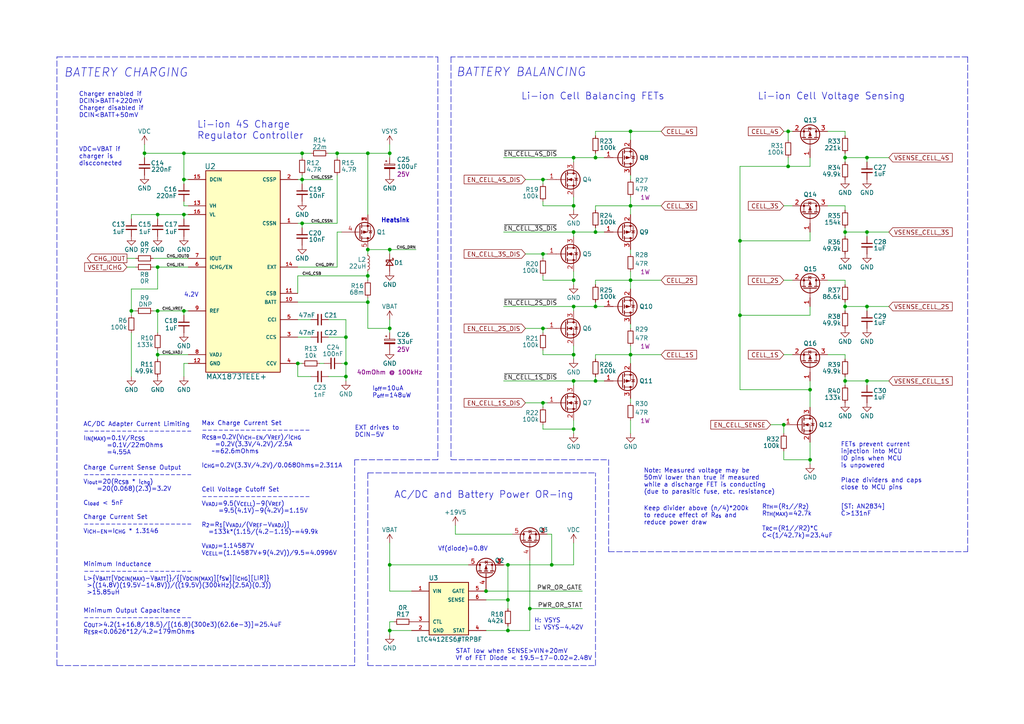
<source format=kicad_sch>
(kicad_sch (version 20211123) (generator eeschema)
  (paper "A4")
  (title_block (title "Project Falcon") (date "2022-01-26") (rev "1A") (company "University of Waterloo") (comment 1 "Mechatronics Engineering") (comment 2 "Final Year Design Project (Capstone)") (comment 3 "Alex Petkovic"))
  (junction (at 53.34 62.23))
  (junction (at 166.37 67.31))
  (junction (at 234.95 133.35))
  (junction (at 166.37 59.69))
  (junction (at 106.68 87.63))
  (junction (at 53.34 90.17))
  (junction (at 172.72 45.72))
  (junction (at 157.48 52.07))
  (junction (at 245.11 45.72))
  (junction (at 172.72 110.49))
  (junction (at 147.32 182.88))
  (junction (at 45.72 77.47))
  (junction (at 228.6 48.26))
  (junction (at 166.37 124.46))
  (junction (at 100.33 109.22))
  (junction (at 113.03 182.88))
  (junction (at 214.63 91.44))
  (junction (at 41.91 44.45))
  (junction (at 172.72 88.9))
  (junction (at 166.37 88.9))
  (junction (at 251.46 110.49))
  (junction (at 45.72 62.23))
  (junction (at 106.68 72.39))
  (junction (at 100.33 97.79))
  (junction (at 53.34 52.07))
  (junction (at 245.11 88.9))
  (junction (at 166.37 110.49))
  (junction (at 251.46 45.72))
  (junction (at 228.6 38.1))
  (junction (at 182.88 38.1))
  (junction (at 157.48 95.25))
  (junction (at 113.03 44.45))
  (junction (at 214.63 69.85))
  (junction (at 245.11 110.49))
  (junction (at 182.88 81.28))
  (junction (at 172.72 67.31))
  (junction (at 182.88 59.69))
  (junction (at 87.63 52.07))
  (junction (at 106.68 80.01))
  (junction (at 157.48 116.84))
  (junction (at 153.67 176.53))
  (junction (at 227.33 123.19))
  (junction (at 182.88 102.87))
  (junction (at 113.03 163.83))
  (junction (at 53.34 44.45))
  (junction (at 87.63 44.45))
  (junction (at 147.32 173.99))
  (junction (at 86.36 105.41))
  (junction (at 251.46 67.31))
  (junction (at 87.63 64.77))
  (junction (at 100.33 105.41))
  (junction (at 45.72 90.17))
  (junction (at 38.1 90.17))
  (junction (at 234.95 113.03))
  (junction (at 140.97 171.45))
  (junction (at 160.02 163.83))
  (junction (at 251.46 88.9))
  (junction (at 166.37 45.72))
  (junction (at 106.68 44.45))
  (junction (at 166.37 102.87))
  (junction (at 147.32 163.83))
  (junction (at 113.03 72.39))
  (junction (at 113.03 95.25))
  (junction (at 45.72 102.87))
  (junction (at 245.11 67.31))
  (junction (at 157.48 73.66))
  (junction (at 97.79 44.45))
  (junction (at 166.37 81.28))
  (wire (pts (xy 172.72 38.1) (xy 182.88 38.1)))
  (wire (pts (xy 99.06 67.31) (xy 97.79 67.31)))
  (wire (pts (xy 182.88 102.87) (xy 182.88 105.41)))
  (wire (pts (xy 158.75 154.94) (xy 160.02 154.94)))
  (wire (pts (xy 166.37 82.55) (xy 166.37 81.28)))
  (wire (pts (xy 228.6 48.26) (xy 234.95 48.26)))
  (wire (pts (xy 113.03 180.34) (xy 114.3 180.34)))
  (wire (pts (xy 106.68 95.25) (xy 106.68 87.63)))
  (wire (pts (xy 245.11 102.87) (xy 245.11 104.14)))
  (wire (pts (xy 132.08 154.94) (xy 148.59 154.94)))
  (wire (pts (xy 97.79 44.45) (xy 97.79 45.72)))
  (wire (pts (xy 245.11 110.49) (xy 245.11 109.22)))
  (wire (pts (xy 113.03 95.25) (xy 113.03 96.52)))
  (wire (pts (xy 87.63 44.45) (xy 87.63 45.72)))
  (wire (pts (xy 240.03 38.1) (xy 245.11 38.1)))
  (wire (pts (xy 182.88 59.69) (xy 191.77 59.69)))
  (wire (pts (xy 152.4 116.84) (xy 157.48 116.84)))
  (polyline (pts (xy 106.68 193.04) (xy 172.72 193.04)))
  (wire (pts (xy 45.72 90.17) (xy 53.34 90.17)))
  (wire (pts (xy 166.37 67.31) (xy 172.72 67.31)))
  (wire (pts (xy 86.36 80.01) (xy 106.68 80.01)))
  (wire (pts (xy 152.4 52.07) (xy 157.48 52.07)))
  (wire (pts (xy 251.46 90.17) (xy 251.46 88.9)))
  (wire (pts (xy 227.33 133.35) (xy 234.95 133.35)))
  (wire (pts (xy 97.79 64.77) (xy 87.63 64.77)))
  (wire (pts (xy 182.88 38.1) (xy 182.88 40.64)))
  (wire (pts (xy 172.72 67.31) (xy 175.26 67.31)))
  (wire (pts (xy 53.34 62.23) (xy 53.34 63.5)))
  (wire (pts (xy 106.68 80.01) (xy 106.68 81.28)))
  (wire (pts (xy 172.72 66.04) (xy 172.72 67.31)))
  (wire (pts (xy 45.72 77.47) (xy 54.61 77.47)))
  (wire (pts (xy 113.03 73.66) (xy 113.03 72.39)))
  (wire (pts (xy 106.68 44.45) (xy 113.03 44.45)))
  (polyline (pts (xy 172.72 193.04) (xy 172.72 137.16)))
  (wire (pts (xy 227.33 123.19) (xy 227.33 125.73)))
  (wire (pts (xy 44.45 77.47) (xy 45.72 77.47)))
  (wire (pts (xy 146.05 163.83) (xy 147.32 163.83)))
  (wire (pts (xy 228.6 38.1) (xy 228.6 40.64)))
  (polyline (pts (xy 130.81 133.35) (xy 176.53 133.35)))
  (wire (pts (xy 214.63 69.85) (xy 234.95 69.85)))
  (wire (pts (xy 245.11 38.1) (xy 245.11 39.37)))
  (wire (pts (xy 172.72 60.96) (xy 172.72 59.69)))
  (wire (pts (xy 90.17 97.79) (xy 86.36 97.79)))
  (polyline (pts (xy 16.51 193.04) (xy 16.51 16.51)))
  (wire (pts (xy 240.03 102.87) (xy 245.11 102.87)))
  (wire (pts (xy 86.36 87.63) (xy 106.68 87.63)))
  (wire (pts (xy 53.34 44.45) (xy 87.63 44.45)))
  (wire (pts (xy 113.03 41.91) (xy 113.03 44.45)))
  (wire (pts (xy 106.68 78.74) (xy 106.68 80.01)))
  (wire (pts (xy 87.63 53.34) (xy 87.63 52.07)))
  (wire (pts (xy 251.46 45.72) (xy 257.81 45.72)))
  (wire (pts (xy 182.88 100.33) (xy 182.88 102.87)))
  (wire (pts (xy 113.03 163.83) (xy 113.03 171.45)))
  (wire (pts (xy 100.33 109.22) (xy 100.33 105.41)))
  (wire (pts (xy 146.05 67.31) (xy 166.37 67.31)))
  (wire (pts (xy 157.48 58.42) (xy 157.48 59.69)))
  (wire (pts (xy 146.05 110.49) (xy 166.37 110.49)))
  (wire (pts (xy 227.33 59.69) (xy 229.87 59.69)))
  (wire (pts (xy 251.46 67.31) (xy 245.11 67.31)))
  (polyline (pts (xy 176.53 160.02) (xy 280.67 160.02)))
  (wire (pts (xy 158.75 95.25) (xy 157.48 95.25)))
  (wire (pts (xy 172.72 104.14) (xy 172.72 102.87)))
  (wire (pts (xy 36.83 74.93) (xy 39.37 74.93)))
  (wire (pts (xy 182.88 81.28) (xy 182.88 83.82)))
  (polyline (pts (xy 280.67 16.51) (xy 280.67 160.02)))
  (wire (pts (xy 86.36 105.41) (xy 86.36 109.22)))
  (polyline (pts (xy 280.67 16.51) (xy 130.81 16.51)))
  (wire (pts (xy 54.61 59.69) (xy 53.34 59.69)))
  (wire (pts (xy 157.48 102.87) (xy 166.37 102.87)))
  (wire (pts (xy 97.79 67.31) (xy 97.79 77.47)))
  (wire (pts (xy 166.37 45.72) (xy 166.37 46.99)))
  (wire (pts (xy 95.25 44.45) (xy 97.79 44.45)))
  (wire (pts (xy 152.4 73.66) (xy 157.48 73.66)))
  (wire (pts (xy 234.95 113.03) (xy 234.95 110.49)))
  (wire (pts (xy 172.72 45.72) (xy 175.26 45.72)))
  (wire (pts (xy 166.37 57.15) (xy 166.37 59.69)))
  (wire (pts (xy 166.37 88.9) (xy 166.37 90.17)))
  (wire (pts (xy 234.95 134.62) (xy 234.95 133.35)))
  (wire (pts (xy 140.97 173.99) (xy 147.32 173.99)))
  (wire (pts (xy 182.88 102.87) (xy 191.77 102.87)))
  (wire (pts (xy 97.79 50.8) (xy 97.79 64.77)))
  (wire (pts (xy 158.75 73.66) (xy 157.48 73.66)))
  (wire (pts (xy 54.61 90.17) (xy 53.34 90.17)))
  (wire (pts (xy 234.95 69.85) (xy 234.95 67.31)))
  (wire (pts (xy 214.63 48.26) (xy 228.6 48.26)))
  (wire (pts (xy 86.36 80.01) (xy 86.36 85.09)))
  (wire (pts (xy 251.46 111.76) (xy 251.46 110.49)))
  (wire (pts (xy 147.32 173.99) (xy 147.32 176.53)))
  (wire (pts (xy 228.6 38.1) (xy 229.87 38.1)))
  (wire (pts (xy 166.37 104.14) (xy 166.37 102.87)))
  (wire (pts (xy 157.48 81.28) (xy 166.37 81.28)))
  (wire (pts (xy 45.72 90.17) (xy 44.45 90.17)))
  (wire (pts (xy 113.03 180.34) (xy 113.03 182.88)))
  (wire (pts (xy 86.36 64.77) (xy 87.63 64.77)))
  (wire (pts (xy 166.37 125.73) (xy 166.37 124.46)))
  (wire (pts (xy 223.52 123.19) (xy 227.33 123.19)))
  (wire (pts (xy 39.37 90.17) (xy 38.1 90.17)))
  (wire (pts (xy 54.61 102.87) (xy 45.72 102.87)))
  (wire (pts (xy 245.11 88.9) (xy 245.11 90.17)))
  (wire (pts (xy 54.61 105.41) (xy 53.34 105.41)))
  (wire (pts (xy 157.48 123.19) (xy 157.48 124.46)))
  (wire (pts (xy 87.63 44.45) (xy 90.17 44.45)))
  (wire (pts (xy 41.91 41.91) (xy 41.91 44.45)))
  (wire (pts (xy 234.95 113.03) (xy 234.95 118.11)))
  (wire (pts (xy 157.48 124.46) (xy 166.37 124.46)))
  (wire (pts (xy 157.48 59.69) (xy 166.37 59.69)))
  (polyline (pts (xy 130.81 16.51) (xy 130.81 133.35)))
  (wire (pts (xy 240.03 81.28) (xy 245.11 81.28)))
  (wire (pts (xy 147.32 182.88) (xy 153.67 182.88)))
  (polyline (pts (xy 176.53 133.35) (xy 176.53 160.02)))
  (wire (pts (xy 158.75 52.07) (xy 157.48 52.07)))
  (wire (pts (xy 182.88 72.39) (xy 182.88 73.66)))
  (wire (pts (xy 93.98 105.41) (xy 92.71 105.41)))
  (wire (pts (xy 100.33 97.79) (xy 95.25 97.79)))
  (wire (pts (xy 166.37 67.31) (xy 166.37 68.58)))
  (wire (pts (xy 113.03 171.45) (xy 119.38 171.45)))
  (wire (pts (xy 106.68 87.63) (xy 106.68 86.36)))
  (wire (pts (xy 166.37 121.92) (xy 166.37 124.46)))
  (wire (pts (xy 166.37 100.33) (xy 166.37 102.87)))
  (wire (pts (xy 172.72 82.55) (xy 172.72 81.28)))
  (wire (pts (xy 157.48 80.01) (xy 157.48 81.28)))
  (wire (pts (xy 251.46 110.49) (xy 245.11 110.49)))
  (wire (pts (xy 245.11 67.31) (xy 245.11 68.58)))
  (wire (pts (xy 100.33 97.79) (xy 100.33 105.41)))
  (wire (pts (xy 182.88 57.15) (xy 182.88 59.69)))
  (wire (pts (xy 147.32 182.88) (xy 140.97 182.88)))
  (wire (pts (xy 160.02 154.94) (xy 160.02 163.83)))
  (wire (pts (xy 214.63 69.85) (xy 214.63 91.44)))
  (wire (pts (xy 87.63 105.41) (xy 86.36 105.41)))
  (wire (pts (xy 38.1 62.23) (xy 45.72 62.23)))
  (wire (pts (xy 86.36 77.47) (xy 97.79 77.47)))
  (wire (pts (xy 166.37 45.72) (xy 172.72 45.72)))
  (wire (pts (xy 97.79 44.45) (xy 106.68 44.45)))
  (wire (pts (xy 245.11 110.49) (xy 245.11 111.76)))
  (wire (pts (xy 113.03 184.15) (xy 113.03 182.88)))
  (wire (pts (xy 245.11 45.72) (xy 245.11 46.99)))
  (wire (pts (xy 113.03 72.39) (xy 106.68 72.39)))
  (wire (pts (xy 245.11 67.31) (xy 245.11 66.04)))
  (wire (pts (xy 172.72 39.37) (xy 172.72 38.1)))
  (wire (pts (xy 113.03 45.72) (xy 113.03 44.45)))
  (wire (pts (xy 113.03 182.88) (xy 119.38 182.88)))
  (wire (pts (xy 41.91 44.45) (xy 53.34 44.45)))
  (wire (pts (xy 172.72 59.69) (xy 182.88 59.69)))
  (wire (pts (xy 166.37 88.9) (xy 172.72 88.9)))
  (wire (pts (xy 245.11 88.9) (xy 245.11 87.63)))
  (wire (pts (xy 172.72 110.49) (xy 175.26 110.49)))
  (wire (pts (xy 53.34 90.17) (xy 53.34 91.44)))
  (wire (pts (xy 147.32 181.61) (xy 147.32 182.88)))
  (wire (pts (xy 160.02 163.83) (xy 166.37 163.83)))
  (wire (pts (xy 38.1 83.82) (xy 45.72 83.82)))
  (wire (pts (xy 240.03 59.69) (xy 245.11 59.69)))
  (wire (pts (xy 182.88 115.57) (xy 182.88 116.84)))
  (wire (pts (xy 227.33 38.1) (xy 228.6 38.1)))
  (wire (pts (xy 53.34 44.45) (xy 53.34 52.07)))
  (wire (pts (xy 251.46 88.9) (xy 245.11 88.9)))
  (wire (pts (xy 166.37 110.49) (xy 166.37 111.76)))
  (wire (pts (xy 168.91 171.45) (xy 140.97 171.45)))
  (wire (pts (xy 146.05 88.9) (xy 166.37 88.9)))
  (wire (pts (xy 53.34 52.07) (xy 53.34 53.34)))
  (wire (pts (xy 87.63 52.07) (xy 96.52 52.07)))
  (wire (pts (xy 182.88 93.98) (xy 182.88 95.25)))
  (wire (pts (xy 166.37 78.74) (xy 166.37 81.28)))
  (wire (pts (xy 106.68 95.25) (xy 113.03 95.25)))
  (wire (pts (xy 172.72 109.22) (xy 172.72 110.49)))
  (wire (pts (xy 38.1 96.52) (xy 38.1 109.22)))
  (wire (pts (xy 182.88 38.1) (xy 191.77 38.1)))
  (wire (pts (xy 245.11 81.28) (xy 245.11 82.55)))
  (wire (pts (xy 45.72 62.23) (xy 45.72 63.5)))
  (wire (pts (xy 234.95 91.44) (xy 234.95 88.9)))
  (wire (pts (xy 45.72 62.23) (xy 53.34 62.23)))
  (wire (pts (xy 45.72 90.17) (xy 45.72 96.52)))
  (wire (pts (xy 147.32 163.83) (xy 160.02 163.83)))
  (wire (pts (xy 227.33 102.87) (xy 229.87 102.87)))
  (polyline (pts (xy 106.68 137.16) (xy 172.72 137.16)))
  (wire (pts (xy 53.34 105.41) (xy 53.34 109.22)))
  (wire (pts (xy 157.48 95.25) (xy 157.48 96.52)))
  (wire (pts (xy 38.1 62.23) (xy 38.1 63.5)))
  (wire (pts (xy 158.75 116.84) (xy 157.48 116.84)))
  (wire (pts (xy 214.63 113.03) (xy 234.95 113.03)))
  (wire (pts (xy 153.67 176.53) (xy 168.91 176.53)))
  (wire (pts (xy 147.32 173.99) (xy 147.32 163.83)))
  (wire (pts (xy 251.46 110.49) (xy 257.81 110.49)))
  (wire (pts (xy 100.33 92.71) (xy 100.33 97.79)))
  (polyline (pts (xy 102.87 193.04) (xy 16.51 193.04)))
  (polyline (pts (xy 106.68 137.16) (xy 106.68 193.04)))
  (wire (pts (xy 90.17 109.22) (xy 86.36 109.22)))
  (wire (pts (xy 182.88 50.8) (xy 182.88 52.07)))
  (wire (pts (xy 113.03 92.71) (xy 113.03 95.25)))
  (wire (pts (xy 53.34 52.07) (xy 54.61 52.07)))
  (wire (pts (xy 153.67 162.56) (xy 153.67 176.53)))
  (wire (pts (xy 182.88 59.69) (xy 182.88 62.23)))
  (wire (pts (xy 113.03 72.39) (xy 120.65 72.39)))
  (wire (pts (xy 95.25 92.71) (xy 100.33 92.71)))
  (wire (pts (xy 106.68 44.45) (xy 106.68 62.23)))
  (wire (pts (xy 245.11 59.69) (xy 245.11 60.96)))
  (wire (pts (xy 153.67 176.53) (xy 153.67 182.88)))
  (wire (pts (xy 251.46 68.58) (xy 251.46 67.31)))
  (wire (pts (xy 157.48 73.66) (xy 157.48 74.93)))
  (wire (pts (xy 251.46 67.31) (xy 257.81 67.31)))
  (wire (pts (xy 234.95 128.27) (xy 234.95 133.35)))
  (wire (pts (xy 245.11 45.72) (xy 245.11 44.45)))
  (wire (pts (xy 214.63 91.44) (xy 234.95 91.44)))
  (wire (pts (xy 172.72 44.45) (xy 172.72 45.72)))
  (wire (pts (xy 214.63 48.26) (xy 214.63 69.85)))
  (wire (pts (xy 36.83 77.47) (xy 39.37 77.47)))
  (wire (pts (xy 113.03 157.48) (xy 113.03 163.83)))
  (wire (pts (xy 100.33 105.41) (xy 99.06 105.41)))
  (wire (pts (xy 182.88 78.74) (xy 182.88 81.28)))
  (wire (pts (xy 251.46 45.72) (xy 245.11 45.72)))
  (wire (pts (xy 38.1 90.17) (xy 38.1 83.82)))
  (wire (pts (xy 227.33 130.81) (xy 227.33 133.35)))
  (polyline (pts (xy 127 133.35) (xy 102.87 133.35)))
  (wire (pts (xy 157.48 116.84) (xy 157.48 118.11)))
  (wire (pts (xy 166.37 157.48) (xy 166.37 163.83)))
  (wire (pts (xy 166.37 60.96) (xy 166.37 59.69)))
  (wire (pts (xy 251.46 88.9) (xy 257.81 88.9)))
  (wire (pts (xy 166.37 110.49) (xy 172.72 110.49)))
  (wire (pts (xy 214.63 91.44) (xy 214.63 113.03)))
  (polyline (pts (xy 16.51 16.51) (xy 127 16.51)))
  (wire (pts (xy 106.68 73.66) (xy 106.68 72.39)))
  (wire (pts (xy 41.91 44.45) (xy 41.91 45.72)))
  (wire (pts (xy 251.46 46.99) (xy 251.46 45.72)))
  (wire (pts (xy 95.25 109.22) (xy 100.33 109.22)))
  (wire (pts (xy 234.95 48.26) (xy 234.95 45.72)))
  (wire (pts (xy 228.6 45.72) (xy 228.6 48.26)))
  (wire (pts (xy 90.17 92.71) (xy 86.36 92.71)))
  (wire (pts (xy 172.72 81.28) (xy 182.88 81.28)))
  (wire (pts (xy 87.63 50.8) (xy 87.63 52.07)))
  (wire (pts (xy 53.34 62.23) (xy 54.61 62.23)))
  (wire (pts (xy 227.33 81.28) (xy 229.87 81.28)))
  (wire (pts (xy 113.03 163.83) (xy 135.89 163.83)))
  (wire (pts (xy 45.72 101.6) (xy 45.72 102.87)))
  (wire (pts (xy 100.33 109.22) (xy 100.33 110.49)))
  (wire (pts (xy 172.72 102.87) (xy 182.88 102.87)))
  (wire (pts (xy 182.88 121.92) (xy 182.88 125.73)))
  (polyline (pts (xy 102.87 133.35) (xy 102.87 193.04)))
  (wire (pts (xy 152.4 95.25) (xy 157.48 95.25)))
  (wire (pts (xy 45.72 77.47) (xy 45.72 83.82)))
  (wire (pts (xy 53.34 59.69) (xy 53.34 58.42)))
  (wire (pts (xy 87.63 66.04) (xy 87.63 64.77)))
  (wire (pts (xy 132.08 152.4) (xy 132.08 154.94)))
  (wire (pts (xy 157.48 101.6) (xy 157.48 102.87)))
  (wire (pts (xy 44.45 74.93) (xy 54.61 74.93)))
  (polyline (pts (xy 127 16.51) (xy 127 133.35)))
  (wire (pts (xy 172.72 87.63) (xy 172.72 88.9)))
  (wire (pts (xy 146.05 45.72) (xy 166.37 45.72)))
  (wire (pts (xy 38.1 90.17) (xy 38.1 91.44)))
  (wire (pts (xy 182.88 81.28) (xy 191.77 81.28)))
  (wire (pts (xy 45.72 102.87) (xy 45.72 104.14)))
  (wire (pts (xy 157.48 52.07) (xy 157.48 53.34)))
  (wire (pts (xy 172.72 88.9) (xy 175.26 88.9)))
  (wire (pts (xy 86.36 52.07) (xy 87.63 52.07)))
  (text "STAT low when SENSE>VIN+20mV\nVf of FET Diode < 19.5-17-0.02=2.48V\n" (at 132.08 191.77 0) (effects (font (size 1.27 1.27)) (justify left bottom)))
  (text "Cell Voltage Cutoff Set\n--------------------\nV_{VADJ}=9.5(V_{CELL})-9(V_{REF})\n     =9.5(4.1V)-9(4.2V)=1.15V\n\nR_{2}=R_{1}[V_{VADJ}/(V_{REF}-V_{VADJ})]\n  =133k*(1.15/(4.2-1.15)~=49.9k\n\nV_{VADJ}=1.14587V\nV_{CELL}=(1.14587V+9(4.2V))/9.5=4.0996V" (at 58.42 161.29 0) (effects (font (size 1.27 1.27)) (justify left bottom)))
  (text "4.2V" (at 53.34 86.36 0) (effects (font (size 1.27 1.27)) (justify left bottom)))
  (text "EXT drives to\nDCIN-5V" (at 102.87 127 0) (effects (font (size 1.27 1.27)) (justify left bottom)))
  (text "Charger enabled if\nDCIN>BATT+220mV\nCharger disabled if\nDCIN<BATT+50mV" (at 22.86 34.29 0) (effects (font (size 1.27 1.27)) (justify left bottom)))
  (text "Keep divider above (n/4)*200k\nto reduce effect of R_{ds} and\nreduce power draw" (at 186.69 152.4 0) (effects (font (size 1.27 1.27)) (justify left bottom)))
  (text "FETs prevent current \ninjection into MCU \nIO pins when MCU \nis unpowered" (at 243.84 135.89 0) (effects (font (size 1.27 1.27)) (justify left bottom)))
  (text "Note: Measured voltage may be \n50mV lower than true if measured \nwhile a discharge FET is conducting \n(due to parasitic fuse, etc. resistance)" (at 186.69 143.51 0) (effects (font (size 1.27 1.27)) (justify left bottom)))
  (text "T_{RC}=(R1//R2)*C\nC<(1/42.7k)=23.4uF" (at 220.98 156.21 0) (effects (font (size 1.27 1.27)) (justify left bottom)))
  (text "Max Charge Current Set\n--------------------\nR_{CSB}=0.2V(V_{ICH-EN}/V_{REF})/I_{CHG}\n    =0.2V(3.3V/4.2V)/2.5A\n   ~=62.6mOhms\n\nI_{CHG}=0.2V(3.3V/4.2V)/0.068Ohms=2.311A" (at 58.42 135.89 0) (effects (font (size 1.27 1.27)) (justify left bottom)))
  (text "BATTERY BALANCING" (at 132.2765 22.5432 0) (effects (font (size 2.5 2.5) italic) (justify left bottom)))
  (text "Minimum Output Capacitance\n--------------------\nC_{OUT}>4.2(1+16.8/18.5)/[(16.8)(300e3)(62.6e-3)]=25.4uF\nR_{ESR}<0.0626*12/4.2=179mOhms" (at 24.13 184.15 0) (effects (font (size 1.27 1.27)) (justify left bottom)))
  (text "AC/DC and Battery Power OR-ing" (at 114.3 144.78 0) (effects (font (size 2 2)) (justify left bottom)))
  (text "R_{TH}=(R_{1}//R_{2})\nR_{TH(MAX)}=42.7k" (at 220.98 149.86 0) (effects (font (size 1.27 1.27)) (justify left bottom)))
  (text "[ST: AN2834]\nC>131nF" (at 243.84 149.86 0) (effects (font (size 1.27 1.27)) (justify left bottom)))
  (text "Li-ion Cell Balancing FETs" (at 151.13 29.21 0) (effects (font (size 2 2)) (justify left bottom)))
  (text "Heatsink" (at 110.49 64.77 0) (effects (font (size 1.27 1.27) (thickness 0.254) bold) (justify left bottom)))
  (text "I_{off}=10uA\nP_{off}=148uW" (at 107.95 115.57 0) (effects (font (size 1.27 1.27)) (justify left bottom)))
  (text "AC/DC Adapter Current Limiting\n--------------------\nI_{IN(MAX)}=0.1V/R_{CSS}\n       =0.1V/22mOhms\n       =4.55A" (at 24.13 132.08 0) (effects (font (size 1.27 1.27)) (justify left bottom)))
  (text "Li-ion Cell Voltage Sensing" (at 219.71 29.21 0) (effects (font (size 2 2)) (justify left bottom)))
  (text "BATTERY CHARGING" (at 18.4868 22.6675 0) (effects (font (size 2.5 2.5) italic) (justify left bottom)))
  (text "Minimum Inductance\n--------------------\nL>{V_{BATT}[V_{DCIN(MAX)}-V_{BATT}]}/{[V_{DCIN(MAX)}][f_{SW}][I_{CHG}][LIR]}\n >((14.8V)(19.5V-14.8V))/((19.5V)(300kHz)(2.5A)(0.3))\n >15.85uH\n" (at 24.13 172.72 0) (effects (font (size 1.27 1.27)) (justify left bottom)))
  (text "Charge Current Sense Output\n--------------------\nV_{Iout}=20(R_{CSB} * I_{chg})\n    =20(0.068)(2.3)=3.2V\n\nC_{load} < 5nF\n\nCharge Current Set\n--------------------\nV_{ICH-EN}=I_{CHG} * 1.3146" (at 24.13 154.94 0) (effects (font (size 1.27 1.27)) (justify left bottom)))
  (text "Place dividers and caps\nclose to MCU pins" (at 243.84 142.24 0) (effects (font (size 1.27 1.27)) (justify left bottom)))
  (text "Vf(diode)=0.8V" (at 127 160.02 0) (effects (font (size 1.27 1.27)) (justify left bottom)))
  (text "Li-ion 4S Charge \nRegulator Controller" (at 57.15 40.64 0) (effects (font (size 2 2)) (justify left bottom)))
  (text "H: VSYS\nL: VSYS-4.42V" (at 154.94 182.88 0) (effects (font (size 1.27 1.27)) (justify left bottom)))
  (text "VDC=VBAT if \ncharger is \ndiscconected" (at 22.86 48.26 0) (effects (font (size 1.27 1.27)) (justify left bottom)))
  (label "CHG_IEN" (at 48.26 77.47 0) (effects (font (size 0.8 0.8))))
  (label "CHG_CSSN" (at 90.17 64.77 0) (effects (font (size 0.8 0.8))))
  (label "~{EN_CELL_1S_DIS}" (at 146.05 110.49 0))
  (label "CHG_VREF" (at 46.99 90.17 0) (effects (font (size 0.8 0.8))))
  (label "CHG_CSSP" (at 96.52 52.07 180) (effects (font (size 0.8 0.8))))
  (label "CHG_IOUT0" (at 48.26 74.93 0) (effects (font (size 0.8 0.8))))
  (label "~{EN_CELL_4S_DIS}" (at 146.05 45.72 0))
  (label "CHG_CSB" (at 87.63 80.01 0) (effects (font (size 0.8 0.8))))
  (label "CHG_DRV" (at 91.44 77.47 0) (effects (font (size 0.8 0.8))))
  (label "CHG_DRN" (at 120.65 72.39 180) (effects (font (size 0.8 0.8))))
  (label "~{EN_CELL_2S_DIS}" (at 146.05 88.9 0))
  (label "PWR_OR_STAT" (at 168.91 176.53 180))
  (label "PWR_OR_GATE" (at 168.91 171.45 180))
  (label "~{EN_CELL_3S_DIS}" (at 146.05 67.31 0))
  (label "CHG_VADJ" (at 46.99 102.87 0) (effects (font (size 0.8 0.8))))
  (global_label "VSENSE_CELL_3S" (shape input) (at 257.81 67.31 0) (property "Intersheet References" "${INTERSHEET_REFS}" (effects hide)))
  (global_label "CELL_3S" (shape input) (at 227.33 59.69 180) (property "Intersheet References" "${INTERSHEET_REFS}" (effects hide)))
  (global_label "VSENSE_CELL_4S" (shape input) (at 257.81 45.72 0) (property "Intersheet References" "${INTERSHEET_REFS}" (effects hide)))
  (global_label "EN_CELL_2S_DIS" (shape input) (at 152.4 95.25 180) (property "Intersheet References" "${INTERSHEET_REFS}" (effects hide)))
  (global_label "VSET_ICHG" (shape input) (at 36.83 77.47 180) (property "Intersheet References" "${INTERSHEET_REFS}" (effects hide)))
  (global_label "CELL_2S" (shape input) (at 191.77 81.28 0) (property "Intersheet References" "${INTERSHEET_REFS}" (effects hide)))
  (global_label "CELL_3S" (shape input) (at 191.77 59.69 0) (property "Intersheet References" "${INTERSHEET_REFS}" (effects hide)))
  (global_label "CELL_4S" (shape input) (at 191.77 38.1 0) (property "Intersheet References" "${INTERSHEET_REFS}" (effects hide)))
  (global_label "CELL_1S" (shape input) (at 191.77 102.87 0) (property "Intersheet References" "${INTERSHEET_REFS}" (effects hide)))
  (global_label "CELL_2S" (shape input) (at 227.33 81.28 180) (property "Intersheet References" "${INTERSHEET_REFS}" (effects hide)))
  (global_label "CELL_4S" (shape input) (at 227.33 38.1 180) (property "Intersheet References" "${INTERSHEET_REFS}" (effects hide)))
  (global_label "EN_CELL_4S_DIS" (shape input) (at 152.4 52.07 180) (property "Intersheet References" "${INTERSHEET_REFS}" (effects hide)))
  (global_label "EN_CELL_1S_DIS" (shape input) (at 152.4 116.84 180) (property "Intersheet References" "${INTERSHEET_REFS}" (effects hide)))
  (global_label "VSENSE_CELL_2S" (shape input) (at 257.81 88.9 0) (property "Intersheet References" "${INTERSHEET_REFS}" (effects hide)))
  (global_label "EN_CELL_SENSE" (shape input) (at 223.52 123.19 180) (property "Intersheet References" "${INTERSHEET_REFS}" (effects hide)))
  (global_label "EN_CELL_3S_DIS" (shape input) (at 152.4 73.66 180) (property "Intersheet References" "${INTERSHEET_REFS}" (effects hide)))
  (global_label "CHG_IOUT" (shape output) (at 36.83 74.93 180) (property "Intersheet References" "${INTERSHEET_REFS}" (effects hide)))
  (global_label "CELL_1S" (shape input) (at 227.33 102.87 180) (property "Intersheet References" "${INTERSHEET_REFS}" (effects hide)))
  (global_label "VSENSE_CELL_1S" (shape input) (at 257.81 110.49 0) (property "Intersheet References" "${INTERSHEET_REFS}" (effects hide)))
  (symbol (lib_id "Device:R_Small") (at 227.33 128.27 0) (mirror x) (unit 1)
    (property "Reference" "R32" (at 226.1297 127.3691 0) (effects (justify right)))
    (property "Value" "100k" (at 226.1863 129.2569 0) (effects (justify right)))
    (property "Footprint" "Resistor_SMD:R_0402_1005Metric" (effects hide))
    (property "Datasheet" "https://www.yageo.com/upload/media/product/productsearch/datasheet/rchip/PYu-RC_Group_51_RoHS_L_11.pdf" (effects hide))
    (property "Description" "RES 100K OHM 1% 1/16W 0402" (effects hide))
    (property "Manufacturer" "YAGEO" (effects hide))
    (property "Part Number" "RC0402FR-13100KL" (effects hide))
    (property "Power" "0.063W" (effects hide))
    (property "Temp Range" "-55°C +155°C" (effects hide))
    (property "Tolerance" "1%" (effects hide))
  )
  (symbol (lib_id "Device:R_Small") (at 182.88 76.2 0) (unit 1)
    (property "Reference" "R28" (at 184.1316 73.9368 0) (effects (justify left)))
    (property "Value" "47R" (at 184.1316 76.4768 0) (effects (justify left)))
    (property "Footprint" "Resistor_SMD:R_2512_6332Metric" (effects hide))
    (property "Datasheet" "https://www.seielect.com/catalog/sei-rmcf_rmcp.pdf" (effects hide))
    (property "Power" "1W" (at 187.1287 78.875 0))
    (property "Description" "RES 47 OHM 5% 1W 2512" (effects hide))
    (property "Manufacturer" "Stackpole Electronics Inc" (effects hide))
    (property "Part Number" "RMCF2512JT47R0" (effects hide))
    (property "Temp Range" "-55°C +155°C" (effects hide))
    (property "Tolerance" "5%" (effects hide))
  )
  (symbol (lib_id "Device:R_Small") (at 228.6 43.18 0) (mirror x) (unit 1)
    (property "Reference" "R31" (at 227.3997 42.2791 0) (effects (justify right)))
    (property "Value" "100k" (at 227.4563 44.1669 0) (effects (justify right)))
    (property "Footprint" "Resistor_SMD:R_0402_1005Metric" (effects hide))
    (property "Datasheet" "https://www.yageo.com/upload/media/product/productsearch/datasheet/rchip/PYu-RC_Group_51_RoHS_L_11.pdf" (effects hide))
    (property "Description" "RES 100K OHM 1% 1/16W 0402" (effects hide))
    (property "Manufacturer" "YAGEO" (effects hide))
    (property "Part Number" "RC0402FR-13100KL" (effects hide))
    (property "Power" "0.063W" (effects hide))
    (property "Temp Range" "-55°C +155°C" (effects hide))
    (property "Tolerance" "1%" (effects hide))
  )
  (symbol (lib_id "Device:R_Small") (at 245.11 41.91 0) (mirror x) (unit 1)
    (property "Reference" "R33" (at 243.9097 41.0091 0) (effects (justify right)))
    (property "Value" "221k" (at 243.9663 42.8969 0) (effects (justify right)))
    (property "Footprint" "Resistor_SMD:R_0402_1005Metric" (effects hide))
    (property "Datasheet" "https://www.seielect.com/catalog/sei-rmcf_rmcp.pdf" (effects hide))
    (property "Description" "RES 221K OHM 1% 1/16W 0402" (effects hide))
    (property "Manufacturer" "Stackpole Electronics Inc" (effects hide))
    (property "Part Number" "RMCF0402FT221K" (effects hide))
    (property "Power" "0.063W" (effects hide))
    (property "Temp Range" "-55°C +155°C" (effects hide))
    (property "Tolerance" "1%" (effects hide))
  )
  (symbol (lib_id "Device:Q_NMOS_GSD") (at 163.83 52.07 0) (unit 1)
    (property "Reference" "Q4" (at 168.91 52.07 0) (effects (justify left)))
    (property "Value" "Q_NMOS_GSD" (effects hide))
    (property "Footprint" "JetkovKiCADLib:SOT-323_SC-70" (effects hide))
    (property "Datasheet" "https://www.diodes.com/assets/Datasheets/DMN61D9UWQ.pdf" (effects hide))
    (property "Description" "MOSFET N-CH 60V 400MA SOT323" (effects hide))
    (property "Manufacturer" "Diodes Incorporated" (effects hide))
    (property "Part Number" "DMN61D9UWQ-13" (effects hide))
    (property "Power" "0.44W" (effects hide))
    (property "Temp Range" "-50°C +150°C" (effects hide))
    (property "Voltage" "20Vgs/60Vds/1Vth" (effects hide))
  )
  (symbol (lib_id "JetkovKiCADLib:+19V5") (at 132.08 152.4 0) (unit 1)
    (property "Reference" "#PWR067" (effects hide))
    (property "Value" "+19V5" (at 132.08 148.59 0))
  )
  (symbol (lib_id "power:GND") (at 234.95 134.62 0) (unit 1)
    (property "Reference" "#PWR074" (effects hide))
    (property "Value" "GND" (at 234.95 138.43 0))
  )
  (symbol (lib_id "Device:R_Small") (at 245.11 63.5 0) (mirror x) (unit 1)
    (property "Reference" "R35" (at 243.9097 62.5991 0) (effects (justify right)))
    (property "Value" "154k" (at 243.9663 64.4869 0) (effects (justify right)))
    (property "Footprint" "Resistor_SMD:R_0402_1005Metric" (effects hide))
    (property "Datasheet" "https://www.seielect.com/catalog/sei-rmcf_rmcp.pdf" (effects hide))
    (property "Description" "RES 154K OHM 1% 1/16W 0402" (effects hide))
    (property "Manufacturer" "Stackpole Electronics Inc" (effects hide))
    (property "Part Number" "RMCF0402FT154K" (effects hide))
    (property "Power" "0.063W" (effects hide))
    (property "Temp Range" "-55°C +155°C" (effects hide))
    (property "Tolerance" "1%" (effects hide))
  )
  (symbol (lib_id "power:GND") (at 166.37 125.73 0) (unit 1)
    (property "Reference" "#PWR071" (effects hide))
    (property "Value" "GND" (at 166.37 129.54 0))
  )
  (symbol (lib_id "power:GND") (at 251.46 52.07 0) (mirror y) (unit 1)
    (property "Reference" "#PWR079" (effects hide))
    (property "Value" "GND" (at 251.46 55.88 0))
  )
  (symbol (lib_id "Device:Q_PMOS_GSD") (at 234.95 40.64 270) (mirror x) (unit 1)
    (property "Reference" "Q13" (at 234.9937 34.8366 90))
    (property "Value" "Q_PMOS_GSD" (effects hide))
    (property "Footprint" "JetkovKiCADLib:SC-96_TSMT3_ROM" (effects hide))
    (property "Datasheet" "https://fscdn.rohm.com/en/products/databook/datasheet/discrete/transistor/mosfet/rq5e025at.pdf" (effects hide))
    (property "Description" "MOSFET P-CHANNEL 30V 2.5A TSMT3" (effects hide))
    (property "Manufacturer" "Rohm Semiconductor" (effects hide))
    (property "Part Number" "RQ5E025ATTCL" (effects hide))
    (property "Power" "1W" (effects hide))
    (property "Temp Range" "+150°C" (effects hide))
    (property "Voltage" "20Vgs/30Vds/2.5Vth" (effects hide))
  )
  (symbol (lib_id "Device:R_Small") (at 45.72 99.06 0) (unit 1)
    (property "Reference" "R10" (at 44.5597 98.0524 0) (effects (justify right)))
    (property "Value" "133k" (at 44.5196 99.9876 0) (effects (justify right)))
    (property "Footprint" "Resistor_SMD:R_0402_1005Metric" (effects hide))
    (property "Datasheet" "https://www.bourns.com/docs/product-datasheets/cr.pdf?sfvrsn=574d41f6_14" (effects hide))
    (property "Description" "RES SMD 133K OHM 1% 1/16W 0402" (effects hide))
    (property "Manufacturer" "Bourns Inc." (effects hide))
    (property "Part Number" "CR0402-FX-1333GLF" (effects hide))
    (property "Power" "0.063W" (effects hide))
    (property "Temp Range" "-55°C +155°C" (effects hide))
    (property "Tolerance" "1%" (effects hide))
  )
  (symbol (lib_id "power:GND") (at 113.03 78.74 0) (unit 1)
    (property "Reference" "#PWR062" (effects hide))
    (property "Value" "GND" (at 113.03 82.55 0))
  )
  (symbol (lib_id "Device:R_Small") (at 92.71 44.45 90) (mirror x) (unit 1)
    (property "Reference" "R14" (at 92.71 40.64 90))
    (property "Value" "22m" (at 92.7165 42.628 90))
    (property "Footprint" "Resistor_SMD:R_1206_3216Metric" (effects hide))
    (property "Datasheet" "https://www.susumu.co.jp/common/pdf/n_catalog_partition09_en.pdf" (effects hide))
    (property "Description" "RES 0.022 OHM 1% 3/4W 1206" (effects hide))
    (property "Manufacturer" "Susumu" (effects hide))
    (property "Part Number" "KRL1632E-M-R022-F-T5" (effects hide))
    (property "Power" "0.75W" (effects hide))
    (property "Temp Range" "-55°C +155°C" (effects hide))
    (property "Tolerance" "1%" (effects hide))
  )
  (symbol (lib_id "power:GND") (at 251.46 73.66 0) (mirror y) (unit 1)
    (property "Reference" "#PWR080" (effects hide))
    (property "Value" "GND" (at 251.46 77.47 0))
  )
  (symbol (lib_id "Device:Q_PMOS_GSD") (at 180.34 110.49 0) (mirror x) (unit 1)
    (property "Reference" "Q11" (at 185.42 110.49 0) (effects (justify left)))
    (property "Value" "Q_PMOS_GSD" (effects hide))
    (property "Footprint" "JetkovKiCADLib:SC-96_TSMT3_ROM" (effects hide))
    (property "Datasheet" "https://fscdn.rohm.com/en/products/databook/datasheet/discrete/transistor/mosfet/rq5e025at.pdf" (effects hide))
    (property "Description" "MOSFET P-CHANNEL 30V 2.5A TSMT3" (effects hide))
    (property "Manufacturer" "Rohm Semiconductor" (effects hide))
    (property "Part Number" "RQ5E025ATTCL" (effects hide))
    (property "Power" "1W" (effects hide))
    (property "Temp Range" "+150°C" (effects hide))
    (property "Voltage" "20Vgs/30Vds/2.5Vth" (effects hide))
  )
  (symbol (lib_id "power:GND") (at 245.11 95.25 0) (mirror y) (unit 1)
    (property "Reference" "#PWR077" (effects hide))
    (property "Value" "GND" (at 245.11 99.06 0))
  )
  (symbol (lib_id "power:GND") (at 87.63 71.12 0) (unit 1)
    (property "Reference" "#PWR058" (effects hide))
    (property "Value" "GND" (at 87.63 74.93 0))
  )
  (symbol (lib_id "Device:R_Small") (at 157.48 99.06 0) (mirror x) (unit 1)
    (property "Reference" "R21" (at 156.2797 98.1591 0) (effects (justify right)))
    (property "Value" "100k" (at 156.3363 100.0469 0) (effects (justify right)))
    (property "Footprint" "Resistor_SMD:R_0402_1005Metric" (effects hide))
    (property "Datasheet" "https://www.yageo.com/upload/media/product/productsearch/datasheet/rchip/PYu-RC_Group_51_RoHS_L_11.pdf" (effects hide))
    (property "Description" "RES 100K OHM 1% 1/16W 0402" (effects hide))
    (property "Manufacturer" "YAGEO" (effects hide))
    (property "Part Number" "RC0402FR-13100KL" (effects hide))
    (property "Power" "0.063W" (effects hide))
    (property "Temp Range" "-55°C +155°C" (effects hide))
    (property "Tolerance" "1%" (effects hide))
  )
  (symbol (lib_id "power:GND") (at 166.37 60.96 0) (unit 1)
    (property "Reference" "#PWR068" (effects hide))
    (property "Value" "GND" (at 166.37 64.77 0))
  )
  (symbol (lib_id "JetkovKiCADLib:Q_PMOS_LFPAK") (at 104.14 67.31 0) (mirror x) (unit 1)
    (property "Reference" "Q1" (at 109.22 67.31 0) (effects (justify left)))
    (property "Value" "Q_PMOS_LFPAK" (effects hide))
    (property "Footprint" "JetkovKiCADLib:LFPACK56-S08_SOT669_NXP" (effects hide))
    (property "Datasheet" "https://assets.nexperia.com/documents/data-sheet/BUK6Y19-30P.pdf" (effects hide))
    (property "Description" "MOSFET P-CH 30V 45A LFPAK56" (effects hide))
    (property "Manufacturer" "Nexperia USA Inc." (effects hide))
    (property "Part Number" "BUK6Y19-30PX" (effects hide))
    (property "Power" "66W" (effects hide))
    (property "Temp Range" "-20°C +175°C" (effects hide))
    (property "Voltage" "20Vgs/30Vds/3Vth" (effects hide))
    (property "Alternate" "DMG4407SSS-13" (effects hide))
  )
  (symbol (lib_id "power:GND") (at 41.91 50.8 0) (unit 1)
    (property "Reference" "#PWR051" (effects hide))
    (property "Value" "GND" (at 41.91 54.61 0))
  )
  (symbol (lib_id "Device:R_Small") (at 245.11 114.3 0) (mirror x) (unit 1)
    (property "Reference" "R40" (at 243.9097 113.3991 0) (effects (justify right)))
    (property "Value" "133k" (at 243.9663 115.2869 0) (effects (justify right)))
    (property "Footprint" "Resistor_SMD:R_0402_1005Metric" (effects hide))
    (property "Datasheet" "https://www.bourns.com/docs/product-datasheets/cr.pdf?sfvrsn=574d41f6_14" (effects hide))
    (property "Description" "RES SMD 133K OHM 1% 1/16W 0402" (effects hide))
    (property "Manufacturer" "Bourns Inc." (effects hide))
    (property "Part Number" "CR0402-FX-1333GLF" (effects hide))
    (property "Power" "0.063W" (effects hide))
    (property "Temp Range" "-55°C +155°C" (effects hide))
    (property "Tolerance" "1%" (effects hide))
  )
  (symbol (lib_id "power:GND") (at 38.1 68.58 0) (mirror y) (unit 1)
    (property "Reference" "#PWR048" (effects hide))
    (property "Value" "GND" (at 38.1 72.39 0))
  )
  (symbol (lib_id "JetkovKiCADLib:VSYS") (at 113.03 41.91 0) (unit 1)
    (property "Reference" "#PWR060" (effects hide))
    (property "Value" "VSYS" (at 113.03 38.1 0))
  )
  (symbol (lib_id "power:GND") (at 45.72 68.58 0) (mirror y) (unit 1)
    (property "Reference" "#PWR052" (effects hide))
    (property "Value" "GND" (at 45.72 72.39 0))
  )
  (symbol (lib_id "power:GND") (at 251.46 95.25 0) (mirror y) (unit 1)
    (property "Reference" "#PWR081" (effects hide))
    (property "Value" "GND" (at 251.46 99.06 0))
  )
  (symbol (lib_id "Device:R_Small") (at 245.11 106.68 0) (mirror x) (unit 1)
    (property "Reference" "R39" (at 243.9097 105.7791 0) (effects (justify right)))
    (property "Value" "49.9k" (at 243.9663 107.6669 0) (effects (justify right)))
    (property "Footprint" "Resistor_SMD:R_0402_1005Metric" (effects hide))
    (property "Datasheet" "https://www.seielect.com/catalog/sei-rmcf_rmcp.pdf" (effects hide))
    (property "Description" "RES 49.9K OHM 1% 1/16W 0402" (effects hide))
    (property "Manufacturer" "Stackpole Electronics Inc" (effects hide))
    (property "Part Number" "RMCF0402FT49K9" (effects hide))
    (property "Power" "0.063W" (effects hide))
    (property "Temp Range" "-55°C +155°C" (effects hide))
    (property "Tolerance" "1%" (effects hide))
  )
  (symbol (lib_id "JetkovKiCADLib:VBAT") (at 113.03 92.71 0) (unit 1)
    (property "Reference" "#PWR063" (effects hide))
    (property "Value" "VBAT" (at 113.03 88.9 0))
  )
  (symbol (lib_id "Device:C_Small") (at 87.63 55.88 0) (unit 1)
    (property "Reference" "C19" (at 89.4303 54.9081 0) (effects (justify left)))
    (property "Value" "10nF" (at 89.5275 56.761 0) (effects (justify left)))
    (property "Footprint" "Capacitor_SMD:C_0402_1005Metric" (effects hide))
    (property "Datasheet" "https://www.we-online.com/katalog/datasheet/885012205067.pdf" (effects hide))
    (property "Description" "CAP CER 10000PF 50V X7R 0402" (effects hide))
    (property "Manufacturer" "Würth Elektronik" (effects hide))
    (property "Part Number" "885012205067" (effects hide))
    (property "Temp Range" "-55°C +125°C" (effects hide))
    (property "Tolerance" "10%" (effects hide))
    (property "Voltage" "50V" (effects hide))
  )
  (symbol (lib_id "Device:C_Small") (at 251.46 92.71 0) (unit 1)
    (property "Reference" "C29" (at 253.2799 91.751 0) (effects (justify left)))
    (property "Value" "1uF" (at 253.3575 93.591 0) (effects (justify left)))
    (property "Footprint" "Capacitor_SMD:C_0603_1608Metric" (effects hide))
    (property "Datasheet" "https://product.tdk.com/system/files/dam/doc/product/capacitor/ceramic/mlcc/catalog/mlcc_automotive_general_en.pdf" (effects hide))
    (property "Description" "CAP CER 1UF 25V X7R 0603" (effects hide))
    (property "Manufacturer" "TDK Corporation" (effects hide))
    (property "Part Number" "CGA3E1X7R1E105K080AC" (effects hide))
    (property "Temp Range" "-55°C +125°C" (effects hide))
    (property "Tolerance" "10%" (effects hide))
    (property "Voltage" "25V" (effects hide))
  )
  (symbol (lib_id "Device:R_Small") (at 172.72 106.68 0) (mirror x) (unit 1)
    (property "Reference" "R26" (at 173.8199 105.7502 0) (effects (justify left)))
    (property "Value" "100k" (at 173.8894 107.6028 0) (effects (justify left)))
    (property "Footprint" "Resistor_SMD:R_0402_1005Metric" (effects hide))
    (property "Datasheet" "https://www.yageo.com/upload/media/product/productsearch/datasheet/rchip/PYu-RC_Group_51_RoHS_L_11.pdf" (effects hide))
    (property "Description" "RES 100K OHM 1% 1/16W 0402" (effects hide))
    (property "Manufacturer" "YAGEO" (effects hide))
    (property "Part Number" "RC0402FR-13100KL" (effects hide))
    (property "Power" "0.063W" (effects hide))
    (property "Temp Range" "-55°C +155°C" (effects hide))
    (property "Tolerance" "1%" (effects hide))
  )
  (symbol (lib_id "JetkovKiCADLib:MAX1873TEEE+") (at 69.85 81.28 0) (unit 1)
    (property "Reference" "U2" (at 60.96 48.26 0) (effects (font (size 1.524 1.524))))
    (property "Value" "MAX1873TEEE+" (at 68.58 109.22 0) (effects (font (size 1.524 1.524))))
    (property "Footprint" "JetkovKiCADLib:16-SSOP_16-QSOP_MAX" (effects hide))
    (property "Datasheet" "https://datasheets.maximintegrated.com/en/ds/MAX1873.pdf" (effects hide))
    (property "Part Number" "MAX1873TEEE+" (effects hide))
    (property "Manufacturer" "Analog Devices Inc./Maxim Integrated" (effects hide))
    (property "Description" "IC BAT CHG MULT-CHEM 4CEL 16QSOP" (effects hide))
    (property "Temp Range" "-40°C +85°C" (effects hide))
  )
  (symbol (lib_id "Device:C_Small") (at 41.91 48.26 0) (unit 1)
    (property "Reference" "C14" (at 43.7103 47.2881 0) (effects (justify left)))
    (property "Value" "220nF" (at 43.8075 49.141 0) (effects (justify left)))
    (property "Footprint" "Capacitor_SMD:C_0603_1608Metric" (effects hide))
    (property "Description" "CAP CER 0.22UF 50V X7R 0603" (effects hide))
    (property "Manufacturer" "TDK Corporation" (effects hide))
    (property "Part Number" "C1608X7R1H224K080AB" (effects hide))
    (property "Temp Range" "-55°C +125°C" (effects hide))
    (property "Tolerance" "10%" (effects hide))
    (property "Voltage" "50V" (effects hide))
  )
  (symbol (lib_id "Device:Q_NMOS_GSD") (at 163.83 116.84 0) (unit 1)
    (property "Reference" "Q7" (at 168.91 116.84 0) (effects (justify left)))
    (property "Value" "Q_NMOS_GSD" (effects hide))
    (property "Footprint" "JetkovKiCADLib:SOT-323_SC-70" (effects hide))
    (property "Datasheet" "https://www.diodes.com/assets/Datasheets/DMN61D9UWQ.pdf" (effects hide))
    (property "Description" "MOSFET N-CH 60V 400MA SOT323" (effects hide))
    (property "Manufacturer" "Diodes Incorporated" (effects hide))
    (property "Part Number" "DMN61D9UWQ-13" (effects hide))
    (property "Power" "0.44W" (effects hide))
    (property "Temp Range" "-50°C +150°C" (effects hide))
    (property "Voltage" "20Vgs/60Vds/1Vth" (effects hide))
  )
  (symbol (lib_id "power:GND") (at 251.46 116.84 0) (mirror y) (unit 1)
    (property "Reference" "#PWR082" (effects hide))
    (property "Value" "GND" (at 251.46 120.65 0))
  )
  (symbol (lib_id "power:VDC") (at 166.37 157.48 0) (unit 1)
    (property "Reference" "#PWR072" (effects hide))
    (property "Value" "VDC" (at 166.37 153.67 0))
  )
  (symbol (lib_id "Device:R_Small") (at 245.11 92.71 0) (mirror x) (unit 1)
    (property "Reference" "R38" (at 243.9097 91.8091 0) (effects (justify right)))
    (property "Value" "49.9k" (at 243.9663 93.6969 0) (effects (justify right)))
    (property "Footprint" "Resistor_SMD:R_0402_1005Metric" (effects hide))
    (property "Datasheet" "https://www.seielect.com/catalog/sei-rmcf_rmcp.pdf" (effects hide))
    (property "Description" "RES 49.9K OHM 1% 1/16W 0402" (effects hide))
    (property "Manufacturer" "Stackpole Electronics Inc" (effects hide))
    (property "Part Number" "RMCF0402FT49K9" (effects hide))
    (property "Power" "0.063W" (effects hide))
    (property "Temp Range" "-55°C +155°C" (effects hide))
    (property "Tolerance" "1%" (effects hide))
  )
  (symbol (lib_id "Device:Q_PMOS_GSD") (at 234.95 105.41 270) (mirror x) (unit 1)
    (property "Reference" "Q16" (at 234.9937 99.6066 90))
    (property "Value" "Q_PMOS_GSD" (effects hide))
    (property "Footprint" "JetkovKiCADLib:SC-96_TSMT3_ROM" (effects hide))
    (property "Datasheet" "https://fscdn.rohm.com/en/products/databook/datasheet/discrete/transistor/mosfet/rq5e025at.pdf" (effects hide))
    (property "Description" "MOSFET P-CHANNEL 30V 2.5A TSMT3" (effects hide))
    (property "Manufacturer" "Rohm Semiconductor" (effects hide))
    (property "Part Number" "RQ5E025ATTCL" (effects hide))
    (property "Power" "1W" (effects hide))
    (property "Temp Range" "+150°C" (effects hide))
    (property "Voltage" "20Vgs/30Vds/2.5Vth" (effects hide))
  )
  (symbol (lib_id "Device:C_Small") (at 87.63 68.58 0) (unit 1)
    (property "Reference" "C20" (at 89.4303 67.6081 0) (effects (justify left)))
    (property "Value" "10nF" (at 89.5275 69.461 0) (effects (justify left)))
    (property "Footprint" "Capacitor_SMD:C_0402_1005Metric" (effects hide))
    (property "Datasheet" "https://www.we-online.com/katalog/datasheet/885012205067.pdf" (effects hide))
    (property "Description" "CAP CER 10000PF 50V X7R 0402" (effects hide))
    (property "Manufacturer" "Würth Elektronik" (effects hide))
    (property "Part Number" "885012205067" (effects hide))
    (property "Temp Range" "-55°C +125°C" (effects hide))
    (property "Tolerance" "10%" (effects hide))
    (property "Voltage" "50V" (effects hide))
  )
  (symbol (lib_id "Device:Q_NMOS_GSD") (at 163.83 95.25 0) (unit 1)
    (property "Reference" "Q6" (at 168.91 95.25 0) (effects (justify left)))
    (property "Value" "Q_NMOS_GSD" (effects hide))
    (property "Footprint" "JetkovKiCADLib:SOT-323_SC-70" (effects hide))
    (property "Datasheet" "https://www.diodes.com/assets/Datasheets/DMN61D9UWQ.pdf" (effects hide))
    (property "Description" "MOSFET N-CH 60V 400MA SOT323" (effects hide))
    (property "Manufacturer" "Diodes Incorporated" (effects hide))
    (property "Part Number" "DMN61D9UWQ-13" (effects hide))
    (property "Power" "0.44W" (effects hide))
    (property "Temp Range" "-50°C +150°C" (effects hide))
    (property "Voltage" "20Vgs/60Vds/1Vth" (effects hide))
  )
  (symbol (lib_id "Device:R_Small") (at 87.63 48.26 0) (mirror y) (unit 1)
    (property "Reference" "R12" (at 88.7903 47.2524 0) (effects (justify right)))
    (property "Value" "4.7R" (at 88.8304 49.1876 0) (effects (justify right)))
    (property "Footprint" "Resistor_SMD:R_0402_1005Metric" (effects hide))
    (property "Datasheet" "https://www.seielect.com/catalog/sei-rmcf_rmcp.pdf" (effects hide))
    (property "Description" "RES 4.7 OHM 1% 1/16W 0402" (effects hide))
    (property "Manufacturer" "Stackpole Electronics Inc" (effects hide))
    (property "Part Number" "RMCF0402FT4R70" (effects hide))
    (property "Power" "0.063W" (effects hide))
    (property "Temp Range" "-55°C +155°C" (effects hide))
    (property "Tolerance" "1%" (effects hide))
  )
  (symbol (lib_id "Device:C_Small") (at 53.34 66.04 0) (mirror y) (unit 1)
    (property "Reference" "C17" (at 51.5397 65.0681 0) (effects (justify left)))
    (property "Value" "1uF" (at 51.5125 67.2117 0) (effects (justify left)))
    (property "Footprint" "Capacitor_SMD:C_0603_1608Metric" (effects hide))
    (property "Datasheet" "https://product.tdk.com/system/files/dam/doc/product/capacitor/ceramic/mlcc/catalog/mlcc_automotive_general_en.pdf" (effects hide))
    (property "Description" "CAP CER 1UF 25V X7R 0603" (effects hide))
    (property "Manufacturer" "TDK Corporation" (effects hide))
    (property "Part Number" "CGA3E1X7R1E105K080AC" (effects hide))
    (property "Temp Range" "-55°C +125°C" (effects hide))
    (property "Tolerance" "10%" (effects hide))
    (property "Voltage" "25V" (effects hide))
  )
  (symbol (lib_id "power:GND") (at 53.34 68.58 0) (mirror y) (unit 1)
    (property "Reference" "#PWR054" (effects hide))
    (property "Value" "GND" (at 53.34 72.39 0))
  )
  (symbol (lib_id "power:GND") (at 45.72 109.22 0) (mirror y) (unit 1)
    (property "Reference" "#PWR053" (effects hide))
    (property "Value" "GND" (at 45.72 113.03 0))
  )
  (symbol (lib_id "Device:L_Small") (at 106.68 76.2 0) (unit 1)
    (property "Reference" "L2" (at 106.2039 75.2774 0) (effects (justify right)))
    (property "Value" "22uH" (at 106.2783 77.225 0) (effects (justify right)))
    (property "Footprint" "JetkovKiCADLib:DR125-220-R_Handsolder" (effects hide))
    (property "Datasheet" "https://www.eaton.com/content/dam/eaton/products/electronic-components/resources/data-sheet/eaton-dr-high-power-density-high-efficiency-shielded-drum-core-power-inductors-data-sheet.pdf" (effects hide))
    (property "Description" "FIXED IND 22UH 3.7A 39.6MOHM SMD" (effects hide))
    (property "Manufacturer" "Eaton - Electronics Division" (effects hide))
    (property "Part Number" "DR125-220-R" (effects hide))
    (property "Temp Range" "-40°C +125°C" (effects hide))
    (property "Tolerance" "20%" (effects hide))
  )
  (symbol (lib_id "Device:Q_NMOS_GSD") (at 163.83 73.66 0) (unit 1)
    (property "Reference" "Q5" (at 168.91 73.66 0) (effects (justify left)))
    (property "Value" "Q_NMOS_GSD" (effects hide))
    (property "Footprint" "JetkovKiCADLib:SOT-323_SC-70" (effects hide))
    (property "Datasheet" "https://www.diodes.com/assets/Datasheets/DMN61D9UWQ.pdf" (effects hide))
    (property "Description" "MOSFET N-CH 60V 400MA SOT323" (effects hide))
    (property "Manufacturer" "Diodes Incorporated" (effects hide))
    (property "Part Number" "DMN61D9UWQ-13" (effects hide))
    (property "Power" "0.44W" (effects hide))
    (property "Temp Range" "-50°C +150°C" (effects hide))
    (property "Voltage" "20Vgs/60Vds/1Vth" (effects hide))
  )
  (symbol (lib_id "Device:C_Small") (at 53.34 55.88 0) (mirror x) (unit 1)
    (property "Reference" "C16" (at 51.3534 54.8964 0) (effects (justify right)))
    (property "Value" "220nF" (at 51.3542 56.7988 0) (effects (justify right)))
    (property "Footprint" "Capacitor_SMD:C_0603_1608Metric" (effects hide))
    (property "Description" "CAP CER 0.22UF 50V X7R 0603" (effects hide))
    (property "Manufacturer" "TDK Corporation" (effects hide))
    (property "Part Number" "C1608X7R1H224K080AB" (effects hide))
    (property "Temp Range" "-55°C +125°C" (effects hide))
    (property "Tolerance" "10%" (effects hide))
    (property "Voltage" "50V" (effects hide))
  )
  (symbol (lib_id "JetkovKiCADLib:VBAT") (at 113.03 157.48 0) (unit 1)
    (property "Reference" "#PWR065" (effects hide))
    (property "Value" "VBAT" (at 113.03 153.67 0))
  )
  (symbol (lib_id "power:GND") (at 100.33 110.49 0) (mirror y) (unit 1)
    (property "Reference" "#PWR059" (effects hide))
    (property "Value" "GND" (at 100.33 114.3 0))
  )
  (symbol (lib_id "Device:C_Small") (at 251.46 114.3 0) (unit 1)
    (property "Reference" "C30" (at 253.2799 113.341 0) (effects (justify left)))
    (property "Value" "1uF" (at 253.3575 115.181 0) (effects (justify left)))
    (property "Footprint" "Capacitor_SMD:C_0603_1608Metric" (effects hide))
    (property "Datasheet" "https://product.tdk.com/system/files/dam/doc/product/capacitor/ceramic/mlcc/catalog/mlcc_automotive_general_en.pdf" (effects hide))
    (property "Description" "CAP CER 1UF 25V X7R 0603" (effects hide))
    (property "Manufacturer" "TDK Corporation" (effects hide))
    (property "Part Number" "CGA3E1X7R1E105K080AC" (effects hide))
    (property "Temp Range" "-55°C +125°C" (effects hide))
    (property "Tolerance" "10%" (effects hide))
    (property "Voltage" "25V" (effects hide))
  )
  (symbol (lib_id "Device:Q_PMOS_GSD") (at 180.34 88.9 0) (mirror x) (unit 1)
    (property "Reference" "Q10" (at 185.42 88.9 0) (effects (justify left)))
    (property "Value" "Q_PMOS_GSD" (effects hide))
    (property "Footprint" "JetkovKiCADLib:SC-96_TSMT3_ROM" (effects hide))
    (property "Datasheet" "https://fscdn.rohm.com/en/products/databook/datasheet/discrete/transistor/mosfet/rq5e025at.pdf" (effects hide))
    (property "Description" "MOSFET P-CHANNEL 30V 2.5A TSMT3" (effects hide))
    (property "Manufacturer" "Rohm Semiconductor" (effects hide))
    (property "Part Number" "RQ5E025ATTCL" (effects hide))
    (property "Power" "1W" (effects hide))
    (property "Temp Range" "+150°C" (effects hide))
    (property "Voltage" "20Vgs/30Vds/2.5Vth" (effects hide))
  )
  (symbol (lib_id "power:GND") (at 245.11 73.66 0) (mirror y) (unit 1)
    (property "Reference" "#PWR076" (effects hide))
    (property "Value" "GND" (at 245.11 77.47 0))
  )
  (symbol (lib_id "Device:R_Small") (at 41.91 77.47 270) (mirror x) (unit 1)
    (property "Reference" "R8" (at 41.8921 79.6299 90))
    (property "Value" "0R" (at 41.9317 81.5375 90))
    (property "Footprint" "Resistor_SMD:R_0402_1005Metric" (effects hide))
    (property "Datasheet" "https://www.seielect.com/catalog/sei-rmcf_rmcp.pdf" (effects hide))
    (property "Description" "RES 0 OHM JUMPER 1/16W 0402" (effects hide))
    (property "Manufacturer" "Stackpole Electronics Inc" (effects hide))
    (property "Part Number" "RMCF0402ZT0R00" (effects hide))
    (property "Power" "0.063W" (effects hide))
    (property "Temp Range" "-55°C +155°C" (effects hide))
    (property "Tolerance" "Jumper" (effects hide))
  )
  (symbol (lib_id "Device:R_Small") (at 245.11 71.12 0) (mirror x) (unit 1)
    (property "Reference" "R36" (at 243.9097 70.2191 0) (effects (justify right)))
    (property "Value" "49.9k" (at 243.9663 72.1069 0) (effects (justify right)))
    (property "Footprint" "Resistor_SMD:R_0402_1005Metric" (effects hide))
    (property "Datasheet" "https://www.seielect.com/catalog/sei-rmcf_rmcp.pdf" (effects hide))
    (property "Description" "RES 49.9K OHM 1% 1/16W 0402" (effects hide))
    (property "Manufacturer" "Stackpole Electronics Inc" (effects hide))
    (property "Part Number" "RMCF0402FT49K9" (effects hide))
    (property "Power" "0.063W" (effects hide))
    (property "Temp Range" "-55°C +155°C" (effects hide))
    (property "Tolerance" "1%" (effects hide))
  )
  (symbol (lib_id "Device:R_Small") (at 38.1 93.98 0) (unit 1)
    (property "Reference" "R6" (at 36.9397 92.9724 0) (effects (justify right)))
    (property "Value" "100k" (at 36.8996 94.9076 0) (effects (justify right)))
    (property "Footprint" "Resistor_SMD:R_0402_1005Metric" (effects hide))
    (property "Datasheet" "https://www.yageo.com/upload/media/product/productsearch/datasheet/rchip/PYu-RC_Group_51_RoHS_L_11.pdf" (effects hide))
    (property "Description" "RES 100K OHM 1% 1/16W 0402" (effects hide))
    (property "Manufacturer" "YAGEO" (effects hide))
    (property "Part Number" "RC0402FR-13100KL" (effects hide))
    (property "Power" "0.063W" (effects hide))
    (property "Temp Range" "-55°C +155°C" (effects hide))
    (property "Tolerance" "1%" (effects hide))
  )
  (symbol (lib_id "Device:Q_PMOS_GSD") (at 180.34 67.31 0) (mirror x) (unit 1)
    (property "Reference" "Q9" (at 185.42 67.31 0) (effects (justify left)))
    (property "Value" "Q_PMOS_GSD" (effects hide))
    (property "Footprint" "JetkovKiCADLib:SC-96_TSMT3_ROM" (effects hide))
    (property "Datasheet" "https://fscdn.rohm.com/en/products/databook/datasheet/discrete/transistor/mosfet/rq5e025at.pdf" (effects hide))
    (property "Description" "MOSFET P-CHANNEL 30V 2.5A TSMT3" (effects hide))
    (property "Manufacturer" "Rohm Semiconductor" (effects hide))
    (property "Part Number" "RQ5E025ATTCL" (effects hide))
    (property "Power" "1W" (effects hide))
    (property "Temp Range" "+150°C" (effects hide))
    (property "Voltage" "20Vgs/30Vds/2.5Vth" (effects hide))
  )
  (symbol (lib_id "Device:C_Small") (at 92.71 97.79 270) (mirror x) (unit 1)
    (property "Reference" "C22" (at 93.98 96.52 90) (effects (justify left)))
    (property "Value" "47nF" (at 91.44 96.52 90) (effects (justify right)))
    (property "Footprint" "Capacitor_SMD:C_0402_1005Metric" (effects hide))
    (property "Datasheet" "https://search.murata.co.jp/Ceramy/image/img/A01X/G101/ENG/GRM155R71H473KE14-01.pdf" (effects hide))
    (property "Description" "CAP CER 0.047UF 50V X7R 0402" (effects hide))
    (property "Manufacturer" "Murata Electronics" (effects hide))
    (property "Part Number" "GRM155R71H473KE14D" (effects hide))
    (property "Temp Range" "-55°C +125°C" (effects hide))
    (property "Tolerance" "10%" (effects hide))
    (property "Voltage" "50V" (effects hide))
  )
  (symbol (lib_id "power:GND") (at 182.88 125.73 0) (unit 1)
    (property "Reference" "#PWR073" (effects hide))
    (property "Value" "GND" (at 182.88 129.54 0))
  )
  (symbol (lib_id "Device:Q_NMOS_GSD") (at 232.41 123.19 0) (unit 1)
    (property "Reference" "Q12" (at 237.49 123.19 0) (effects (justify left)))
    (property "Value" "Q_NMOS_GSD" (effects hide))
    (property "Footprint" "JetkovKiCADLib:SOT-323_SC-70" (effects hide))
    (property "Datasheet" "https://www.diodes.com/assets/Datasheets/DMN61D9UWQ.pdf" (effects hide))
    (property "Description" "MOSFET N-CH 60V 400MA SOT323" (effects hide))
    (property "Manufacturer" "Diodes Incorporated" (effects hide))
    (property "Part Number" "DMN61D9UWQ-13" (effects hide))
    (property "Power" "0.44W" (effects hide))
    (property "Temp Range" "-50°C +150°C" (effects hide))
    (property "Voltage" "20Vgs/60Vds/1Vth" (effects hide))
  )
  (symbol (lib_id "Device:Q_PMOS_GSD") (at 234.95 62.23 270) (mirror x) (unit 1)
    (property "Reference" "Q14" (at 234.9937 56.4266 90))
    (property "Value" "Q_PMOS_GSD" (effects hide))
    (property "Footprint" "JetkovKiCADLib:SC-96_TSMT3_ROM" (effects hide))
    (property "Datasheet" "https://fscdn.rohm.com/en/products/databook/datasheet/discrete/transistor/mosfet/rq5e025at.pdf" (effects hide))
    (property "Description" "MOSFET P-CHANNEL 30V 2.5A TSMT3" (effects hide))
    (property "Manufacturer" "Rohm Semiconductor" (effects hide))
    (property "Part Number" "RQ5E025ATTCL" (effects hide))
    (property "Power" "1W" (effects hide))
    (property "Temp Range" "+150°C" (effects hide))
    (property "Voltage" "20Vgs/30Vds/2.5Vth" (effects hide))
  )
  (symbol (lib_id "Device:R_Small") (at 172.72 63.5 0) (mirror x) (unit 1)
    (property "Reference" "R24" (at 173.8199 62.5702 0) (effects (justify left)))
    (property "Value" "100k" (at 173.8894 64.4228 0) (effects (justify left)))
    (property "Footprint" "Resistor_SMD:R_0402_1005Metric" (effects hide))
    (property "Datasheet" "https://www.yageo.com/upload/media/product/productsearch/datasheet/rchip/PYu-RC_Group_51_RoHS_L_11.pdf" (effects hide))
    (property "Description" "RES 100K OHM 1% 1/16W 0402" (effects hide))
    (property "Manufacturer" "YAGEO" (effects hide))
    (property "Part Number" "RC0402FR-13100KL" (effects hide))
    (property "Power" "0.063W" (effects hide))
    (property "Temp Range" "-55°C +155°C" (effects hide))
    (property "Tolerance" "1%" (effects hide))
  )
  (symbol (lib_id "Device:R_Small") (at 182.88 119.38 0) (unit 1)
    (property "Reference" "R30" (at 184.1316 117.1168 0) (effects (justify left)))
    (property "Value" "47R" (at 184.1316 119.6568 0) (effects (justify left)))
    (property "Footprint" "Resistor_SMD:R_2512_6332Metric" (effects hide))
    (property "Datasheet" "https://www.seielect.com/catalog/sei-rmcf_rmcp.pdf" (effects hide))
    (property "Power" "1W" (at 187.1287 122.055 0))
    (property "Description" "RES 47 OHM 5% 1W 2512" (effects hide))
    (property "Manufacturer" "Stackpole Electronics Inc" (effects hide))
    (property "Part Number" "RMCF2512JT47R0" (effects hide))
    (property "Temp Range" "-55°C +155°C" (effects hide))
    (property "Tolerance" "5%" (effects hide))
  )
  (symbol (lib_id "Device:R_Small") (at 116.84 180.34 90) (mirror x) (unit 1)
    (property "Reference" "R17" (at 116.8579 178.1801 90))
    (property "Value" "0R" (at 116.8183 176.2725 90))
    (property "Footprint" "Resistor_SMD:R_0402_1005Metric" (effects hide))
    (property "Datasheet" "https://www.seielect.com/catalog/sei-rmcf_rmcp.pdf" (effects hide))
    (property "Description" "RES 0 OHM JUMPER 1/16W 0402" (effects hide))
    (property "Manufacturer" "Stackpole Electronics Inc" (effects hide))
    (property "Part Number" "RMCF0402ZT0R00" (effects hide))
    (property "Power" "0.063W" (effects hide))
    (property "Temp Range" "-55°C +155°C" (effects hide))
    (property "Tolerance" "Jumper" (effects hide))
  )
  (symbol (lib_id "Device:C_Polarized_Small") (at 113.03 48.26 0) (unit 1)
    (property "Reference" "C25" (at 115.0518 46.2642 0) (effects (justify left)))
    (property "Value" "100uF" (at 115.093 48.2941 0) (effects (justify left)))
    (property "Footprint" "Capacitor_THT:CP_Radial_D8.0mm_P3.50mm" (effects hide))
    (property "Datasheet" "https://api.kemet.com/component-edge/download/datasheet/A759KS107M1EAAE025.pdf" (effects hide))
    (property "Description" "CAP ALUM POLY 100UF 20% 25V TH" (effects hide))
    (property "ESR" "25mOhm @ 100kHz" (effects hide))
    (property "Manufacturer" "KEMET" (effects hide))
    (property "Part Number" "A759KS107M1EAAE025" (effects hide))
    (property "Temp Range" "-55°C +125°C" (effects hide))
    (property "Tolerance" "20%" (effects hide))
    (property "Voltage" "25V" (at 116.9568 50.5618 0))
    (property "HF Ripple Current" "1.817 A @ 100 kHz" (effects hide))
  )
  (symbol (lib_id "power:GND") (at 245.11 116.84 0) (mirror y) (unit 1)
    (property "Reference" "#PWR078" (effects hide))
    (property "Value" "GND" (at 245.11 120.65 0))
  )
  (symbol (lib_id "JetkovKiCADLib:Q_PMOS_LFPAK") (at 140.97 166.37 90) (unit 1)
    (property "Reference" "Q2" (at 143.51 162.56 90) (effects (justify right)))
    (property "Value" "Q_PMOS_LFPAK" (effects hide))
    (property "Footprint" "JetkovKiCADLib:LFPACK56-S08_SOT669_NXP" (effects hide))
    (property "Datasheet" "https://assets.nexperia.com/documents/data-sheet/BUK6Y19-30P.pdf" (effects hide))
    (property "Description" "MOSFET P-CH 30V 45A LFPAK56" (effects hide))
    (property "Manufacturer" "Nexperia USA Inc." (effects hide))
    (property "Part Number" "BUK6Y19-30PX" (effects hide))
    (property "Power" "66W" (effects hide))
    (property "Temp Range" "-20°C +175°C" (effects hide))
    (property "Voltage" "20Vgs/30Vds/3Vth" (effects hide))
    (property "Alternate" "DMG4407SSS-13" (effects hide))
  )
  (symbol (lib_id "Device:C_Small") (at 92.71 109.22 270) (unit 1)
    (property "Reference" "C23" (at 92.7609 112.3793 90))
    (property "Value" "1nF" (at 92.6953 114.4457 90))
    (property "Footprint" "Capacitor_SMD:C_0402_1005Metric" (effects hide))
    (property "Datasheet" "https://www.we-online.com/katalog/datasheet/885012205061.pdf" (effects hide))
    (property "Description" "CAP CER 1000PF 50V X7R 0402" (effects hide))
    (property "Manufacturer" "Würth Elektronik" (effects hide))
    (property "Part Number" "885012205061" (effects hide))
    (property "Temp Range" "-55°C +125°C" (effects hide))
    (property "Tolerance" "10%" (effects hide))
    (property "Voltage" "50V" (effects hide))
  )
  (symbol (lib_id "Device:R_Small") (at 245.11 49.53 0) (mirror x) (unit 1)
    (property "Reference" "R34" (at 243.9097 48.6291 0) (effects (justify right)))
    (property "Value" "49.9k" (at 243.9663 50.5169 0) (effects (justify right)))
    (property "Footprint" "Resistor_SMD:R_0402_1005Metric" (effects hide))
    (property "Datasheet" "https://www.seielect.com/catalog/sei-rmcf_rmcp.pdf" (effects hide))
    (property "Description" "RES 49.9K OHM 1% 1/16W 0402" (effects hide))
    (property "Manufacturer" "Stackpole Electronics Inc" (effects hide))
    (property "Part Number" "RMCF0402FT49K9" (effects hide))
    (property "Power" "0.063W" (effects hide))
    (property "Temp Range" "-55°C +155°C" (effects hide))
    (property "Tolerance" "1%" (effects hide))
  )
  (symbol (lib_id "Device:Q_PMOS_GSD") (at 180.34 45.72 0) (mirror x) (unit 1)
    (property "Reference" "Q8" (at 185.42 45.72 0) (effects (justify left)))
    (property "Value" "Q_PMOS_GSD" (effects hide))
    (property "Footprint" "JetkovKiCADLib:SC-96_TSMT3_ROM" (effects hide))
    (property "Datasheet" "https://fscdn.rohm.com/en/products/databook/datasheet/discrete/transistor/mosfet/rq5e025at.pdf" (effects hide))
    (property "Description" "MOSFET P-CHANNEL 30V 2.5A TSMT3" (effects hide))
    (property "Manufacturer" "Rohm Semiconductor" (effects hide))
    (property "Part Number" "RQ5E025ATTCL" (effects hide))
    (property "Power" "1W" (effects hide))
    (property "Temp Range" "+150°C" (effects hide))
    (property "Voltage" "20Vgs/30Vds/2.5Vth" (effects hide))
  )
  (symbol (lib_id "Device:C_Small") (at 251.46 71.12 0) (unit 1)
    (property "Reference" "C28" (at 253.2799 70.161 0) (effects (justify left)))
    (property "Value" "1uF" (at 253.3575 72.001 0) (effects (justify left)))
    (property "Footprint" "Capacitor_SMD:C_0603_1608Metric" (effects hide))
    (property "Datasheet" "https://product.tdk.com/system/files/dam/doc/product/capacitor/ceramic/mlcc/catalog/mlcc_automotive_general_en.pdf" (effects hide))
    (property "Description" "CAP CER 1UF 25V X7R 0603" (effects hide))
    (property "Manufacturer" "TDK Corporation" (effects hide))
    (property "Part Number" "CGA3E1X7R1E105K080AC" (effects hide))
    (property "Temp Range" "-55°C +125°C" (effects hide))
    (property "Tolerance" "10%" (effects hide))
    (property "Voltage" "25V" (effects hide))
  )
  (symbol (lib_id "Device:C_Small") (at 96.52 105.41 270) (mirror x) (unit 1)
    (property "Reference" "C24" (at 96.6038 100.7473 90))
    (property "Value" "100nF" (at 96.5529 102.6366 90))
    (property "Footprint" "Capacitor_SMD:C_0402_1005Metric" (effects hide))
    (property "Datasheet" "https://search.murata.co.jp/Ceramy/image/img/A01X/G101/ENG/GRM155R71E104KE14-01.pdf" (effects hide))
    (property "Description" "CAP CER 0.1UF 25V X7R 0402" (effects hide))
    (property "Manufacturer" "Murata Electronics" (effects hide))
    (property "Part Number" "GRM155R71E104KE14D" (effects hide))
    (property "Temp Range" "-55°C +125°C" (effects hide))
    (property "Tolerance" "10%" (effects hide))
    (property "Voltage" "25V" (effects hide))
  )
  (symbol (lib_id "Device:C_Small") (at 92.71 92.71 270) (mirror x) (unit 1)
    (property "Reference" "C21" (at 93.98 91.44 90) (effects (justify left)))
    (property "Value" "47nF" (at 91.44 91.44 90) (effects (justify right)))
    (property "Footprint" "Capacitor_SMD:C_0402_1005Metric" (effects hide))
    (property "Datasheet" "https://search.murata.co.jp/Ceramy/image/img/A01X/G101/ENG/GRM155R71H473KE14-01.pdf" (effects hide))
    (property "Description" "CAP CER 0.047UF 50V X7R 0402" (effects hide))
    (property "Manufacturer" "Murata Electronics" (effects hide))
    (property "Part Number" "GRM155R71H473KE14D" (effects hide))
    (property "Temp Range" "-55°C +125°C" (effects hide))
    (property "Tolerance" "10%" (effects hide))
    (property "Voltage" "50V" (effects hide))
  )
  (symbol (lib_id "Device:R_Small") (at 90.17 105.41 270) (unit 1)
    (property "Reference" "R13" (at 90.1407 101.1209 90))
    (property "Value" "10k" (at 90.1342 103.1089 90))
    (property "Footprint" "Resistor_SMD:R_0402_1005Metric" (effects hide))
    (property "Datasheet" "https://www.seielect.com/catalog/sei-rmcf_rmcp.pdf" (effects hide))
    (property "Description" "RES 10K OHM 1% 1/16W 0402" (effects hide))
    (property "Manufacturer" "Stackpole Electronics Inc" (effects hide))
    (property "Part Number" "RMCF0402FT10K0" (effects hide))
    (property "Power" "0.063W" (effects hide))
    (property "Temp Range" "-55°C +155°C" (effects hide))
    (property "Tolerance" "1%" (effects hide))
  )
  (symbol (lib_id "Device:C_Small") (at 45.72 66.04 0) (mirror y) (unit 1)
    (property "Reference" "C15" (at 43.9197 65.0681 0) (effects (justify left)))
    (property "Value" "1uF" (at 43.8925 67.2117 0) (effects (justify left)))
    (property "Footprint" "Capacitor_SMD:C_0603_1608Metric" (effects hide))
    (property "Datasheet" "https://product.tdk.com/system/files/dam/doc/product/capacitor/ceramic/mlcc/catalog/mlcc_automotive_general_en.pdf" (effects hide))
    (property "Description" "CAP CER 1UF 25V X7R 0603" (effects hide))
    (property "Manufacturer" "TDK Corporation" (effects hide))
    (property "Part Number" "CGA3E1X7R1E105K080AC" (effects hide))
    (property "Temp Range" "-55°C +125°C" (effects hide))
    (property "Tolerance" "10%" (effects hide))
    (property "Voltage" "25V" (effects hide))
  )
  (symbol (lib_id "Device:R_Small") (at 245.11 85.09 0) (mirror x) (unit 1)
    (property "Reference" "R37" (at 243.9097 84.1891 0) (effects (justify right)))
    (property "Value" "86.6k" (at 243.9663 86.0769 0) (effects (justify right)))
    (property "Footprint" "Resistor_SMD:R_0402_1005Metric" (effects hide))
    (property "Datasheet" "https://www.seielect.com/catalog/sei-rmcf_rmcp.pdf" (effects hide))
    (property "Description" "RES 86.6K OHM 1% 1/16W 0402" (effects hide))
    (property "Manufacturer" "Stackpole Electronics Inc" (effects hide))
    (property "Part Number" "RMCF0402FT86K6" (effects hide))
    (property "Power" "0.063W" (effects hide))
    (property "Temp Range" "-55°C +155°C" (effects hide))
    (property "Tolerance" "1%" (effects hide))
  )
  (symbol (lib_id "power:GND") (at 53.34 96.52 0) (mirror y) (unit 1)
    (property "Reference" "#PWR055" (effects hide))
    (property "Value" "GND" (at 53.34 100.33 0))
  )
  (symbol (lib_id "Device:C_Small") (at 251.46 49.53 0) (unit 1)
    (property "Reference" "C27" (at 253.2799 48.571 0) (effects (justify left)))
    (property "Value" "1uF" (at 253.3575 50.411 0) (effects (justify left)))
    (property "Footprint" "Capacitor_SMD:C_0603_1608Metric" (effects hide))
    (property "Datasheet" "https://product.tdk.com/system/files/dam/doc/product/capacitor/ceramic/mlcc/catalog/mlcc_automotive_general_en.pdf" (effects hide))
    (property "Description" "CAP CER 1UF 25V X7R 0603" (effects hide))
    (property "Manufacturer" "TDK Corporation" (effects hide))
    (property "Part Number" "CGA3E1X7R1E105K080AC" (effects hide))
    (property "Temp Range" "-55°C +125°C" (effects hide))
    (property "Tolerance" "10%" (effects hide))
    (property "Voltage" "25V" (effects hide))
  )
  (symbol (lib_id "power:VDC") (at 41.91 41.91 0) (unit 1)
    (property "Reference" "#PWR050" (effects hide))
    (property "Value" "VDC" (at 41.91 38.1 0))
  )
  (symbol (lib_id "Device:R_Small") (at 182.88 97.79 0) (unit 1)
    (property "Reference" "R29" (at 184.1316 95.5268 0) (effects (justify left)))
    (property "Value" "47R" (at 184.1316 98.0668 0) (effects (justify left)))
    (property "Footprint" "Resistor_SMD:R_2512_6332Metric" (effects hide))
    (property "Datasheet" "https://www.seielect.com/catalog/sei-rmcf_rmcp.pdf" (effects hide))
    (property "Power" "1W" (at 187.1287 100.465 0))
    (property "Description" "RES 47 OHM 5% 1W 2512" (effects hide))
    (property "Manufacturer" "Stackpole Electronics Inc" (effects hide))
    (property "Part Number" "RMCF2512JT47R0" (effects hide))
    (property "Temp Range" "-55°C +155°C" (effects hide))
    (property "Tolerance" "5%" (effects hide))
  )
  (symbol (lib_id "power:GND") (at 87.63 58.42 0) (unit 1)
    (property "Reference" "#PWR057" (effects hide))
    (property "Value" "GND" (at 87.63 62.23 0))
  )
  (symbol (lib_id "Device:R_Small") (at 157.48 120.65 0) (mirror x) (unit 1)
    (property "Reference" "R22" (at 156.2797 119.7491 0) (effects (justify right)))
    (property "Value" "100k" (at 156.3363 121.6369 0) (effects (justify right)))
    (property "Footprint" "Resistor_SMD:R_0402_1005Metric" (effects hide))
    (property "Datasheet" "https://www.yageo.com/upload/media/product/productsearch/datasheet/rchip/PYu-RC_Group_51_RoHS_L_11.pdf" (effects hide))
    (property "Description" "RES 100K OHM 1% 1/16W 0402" (effects hide))
    (property "Manufacturer" "YAGEO" (effects hide))
    (property "Part Number" "RC0402FR-13100KL" (effects hide))
    (property "Power" "0.063W" (effects hide))
    (property "Temp Range" "-55°C +155°C" (effects hide))
    (property "Tolerance" "1%" (effects hide))
  )
  (symbol (lib_id "Device:R_Small") (at 45.72 106.68 0) (unit 1)
    (property "Reference" "R11" (at 44.5597 105.6724 0) (effects (justify right)))
    (property "Value" "49.9k" (at 44.5196 107.6076 0) (effects (justify right)))
    (property "Footprint" "Resistor_SMD:R_0402_1005Metric" (effects hide))
    (property "Datasheet" "https://www.seielect.com/catalog/sei-rmcf_rmcp.pdf" (effects hide))
    (property "Description" "RES 49.9K OHM 1% 1/16W 0402" (effects hide))
    (property "Manufacturer" "Stackpole Electronics Inc" (effects hide))
    (property "Part Number" "RMCF0402FT49K9" (effects hide))
    (property "Power" "0.063W" (effects hide))
    (property "Temp Range" "-55°C +155°C" (effects hide))
    (property "Tolerance" "1%" (effects hide))
  )
  (symbol (lib_id "Device:R_Small") (at 106.68 83.82 0) (mirror x) (unit 1)
    (property "Reference" "R16" (at 105.5946 82.9127 0) (effects (justify right)))
    (property "Value" "68m" (at 105.6512 84.8005 0) (effects (justify right)))
    (property "Footprint" "Resistor_SMD:R_0612_1632Metric" (effects hide))
    (property "Datasheet" "https://fscdn.rohm.com/en/products/databook/datasheet/passive/resistor/chip_resistor/ltr-low-e.pdf" (effects hide))
    (property "Description" "RES 0.068 OHM 1% 1W WIDE 0612" (effects hide))
    (property "Manufacturer" "Rohm Semiconductor" (effects hide))
    (property "Part Number" "LTR18EZPFSR068" (effects hide))
    (property "Power" "1W" (effects hide))
    (property "Temp Range" "-55°C +155°C" (effects hide))
    (property "Tolerance" "1%" (effects hide))
  )
  (symbol (lib_id "Device:R_Small") (at 182.88 54.61 0) (unit 1)
    (property "Reference" "R27" (at 184.1316 52.3468 0) (effects (justify left)))
    (property "Value" "47R" (at 184.1316 54.8868 0) (effects (justify left)))
    (property "Footprint" "Resistor_SMD:R_2512_6332Metric" (effects hide))
    (property "Datasheet" "https://www.seielect.com/catalog/sei-rmcf_rmcp.pdf" (effects hide))
    (property "Power" "1W" (at 187.1287 57.285 0))
    (property "Description" "RES 47 OHM 5% 1W 2512" (effects hide))
    (property "Manufacturer" "Stackpole Electronics Inc" (effects hide))
    (property "Part Number" "RMCF2512JT47R0" (effects hide))
    (property "Temp Range" "-55°C +155°C" (effects hide))
    (property "Tolerance" "5%" (effects hide))
  )
  (symbol (lib_id "power:GND") (at 245.11 52.07 0) (mirror y) (unit 1)
    (property "Reference" "#PWR075" (effects hide))
    (property "Value" "GND" (at 245.11 55.88 0))
  )
  (symbol (lib_id "Device:R_Small") (at 172.72 41.91 0) (mirror x) (unit 1)
    (property "Reference" "R23" (at 173.8199 40.9802 0) (effects (justify left)))
    (property "Value" "100k" (at 173.8894 42.8328 0) (effects (justify left)))
    (property "Footprint" "Resistor_SMD:R_0402_1005Metric" (effects hide))
    (property "Datasheet" "https://www.yageo.com/upload/media/product/productsearch/datasheet/rchip/PYu-RC_Group_51_RoHS_L_11.pdf" (effects hide))
    (property "Description" "RES 100K OHM 1% 1/16W 0402" (effects hide))
    (property "Manufacturer" "YAGEO" (effects hide))
    (property "Part Number" "RC0402FR-13100KL" (effects hide))
    (property "Power" "0.063W" (effects hide))
    (property "Temp Range" "-55°C +155°C" (effects hide))
    (property "Tolerance" "1%" (effects hide))
  )
  (symbol (lib_id "JetkovKiCADLib:Q_PMOS_LFPAK") (at 153.67 157.48 90) (unit 1)
    (property "Reference" "Q3" (at 156.21 153.67 90) (effects (justify right)))
    (property "Value" "Q_PMOS_LFPAK" (effects hide))
    (property "Footprint" "JetkovKiCADLib:LFPACK56-S08_SOT669_NXP" (effects hide))
    (property "Datasheet" "https://assets.nexperia.com/documents/data-sheet/BUK6Y19-30P.pdf" (effects hide))
    (property "Description" "MOSFET P-CH 30V 45A LFPAK56" (effects hide))
    (property "Manufacturer" "Nexperia USA Inc." (effects hide))
    (property "Part Number" "BUK6Y19-30PX" (effects hide))
    (property "Power" "66W" (effects hide))
    (property "Temp Range" "-20°C +175°C" (effects hide))
    (property "Voltage" "20Vgs/30Vds/3Vth" (effects hide))
    (property "Alternate" "DMG4407SSS-13" (effects hide))
  )
  (symbol (lib_id "Device:R_Small") (at 157.48 77.47 0) (mirror x) (unit 1)
    (property "Reference" "R20" (at 156.2797 76.5691 0) (effects (justify right)))
    (property "Value" "100k" (at 156.3363 78.4569 0) (effects (justify right)))
    (property "Footprint" "Resistor_SMD:R_0402_1005Metric" (effects hide))
    (property "Datasheet" "https://www.yageo.com/upload/media/product/productsearch/datasheet/rchip/PYu-RC_Group_51_RoHS_L_11.pdf" (effects hide))
    (property "Description" "RES 100K OHM 1% 1/16W 0402" (effects hide))
    (property "Manufacturer" "YAGEO" (effects hide))
    (property "Part Number" "RC0402FR-13100KL" (effects hide))
    (property "Power" "0.063W" (effects hide))
    (property "Temp Range" "-55°C +155°C" (effects hide))
    (property "Tolerance" "1%" (effects hide))
  )
  (symbol (lib_id "power:GND") (at 166.37 104.14 0) (unit 1)
    (property "Reference" "#PWR070" (effects hide))
    (property "Value" "GND" (at 166.37 107.95 0))
  )
  (symbol (lib_id "JetkovKiCADLib:LTC4412ES6#TRPBF") (at 129.54 176.53 0) (unit 1)
    (property "Reference" "U3" (at 125.73 167.64 0))
    (property "Value" "LTC4412ES6#TRPBF" (at 130.3271 185.4468 0))
    (property "Footprint" "JetkovKiCADLib:SOT-23-6_TSOT-23-6_LT" (effects hide))
    (property "Datasheet" "https://www.analog.com/media/en/technical-documentation/data-sheets/4412fb.pdf" (effects hide))
    (property "Part Number" "LTC4412ES6#TRPBF" (effects hide))
    (property "Manufacturer" "Analog Devices Inc." (effects hide))
    (property "Description" "IC PWR OR CTRLR SRC SELECT TSOT23-6" (effects hide))
    (property "Temp Range" "-40°C +85°C" (effects hide))
  )
  (symbol (lib_id "power:GND") (at 113.03 50.8 0) (unit 1)
    (property "Reference" "#PWR061" (effects hide))
    (property "Value" "GND" (at 113.03 54.61 0))
  )
  (symbol (lib_id "Device:R_Small") (at 172.72 85.09 0) (mirror x) (unit 1)
    (property "Reference" "R25" (at 173.8199 84.1602 0) (effects (justify left)))
    (property "Value" "100k" (at 173.8894 86.0128 0) (effects (justify left)))
    (property "Footprint" "Resistor_SMD:R_0402_1005Metric" (effects hide))
    (property "Datasheet" "https://www.yageo.com/upload/media/product/productsearch/datasheet/rchip/PYu-RC_Group_51_RoHS_L_11.pdf" (effects hide))
    (property "Description" "RES 100K OHM 1% 1/16W 0402" (effects hide))
    (property "Manufacturer" "YAGEO" (effects hide))
    (property "Part Number" "RC0402FR-13100KL" (effects hide))
    (property "Power" "0.063W" (effects hide))
    (property "Temp Range" "-55°C +155°C" (effects hide))
    (property "Tolerance" "1%" (effects hide))
  )
  (symbol (lib_id "power:GND") (at 53.34 109.22 0) (mirror y) (unit 1)
    (property "Reference" "#PWR056" (effects hide))
    (property "Value" "GND" (at 53.34 113.03 0))
  )
  (symbol (lib_id "power:GND") (at 38.1 109.22 0) (mirror y) (unit 1)
    (property "Reference" "#PWR049" (effects hide))
    (property "Value" "GND" (at 38.1 113.03 0))
  )
  (symbol (lib_id "Device:R_Small") (at 147.32 179.07 0) (mirror x) (unit 1)
    (property "Reference" "R18" (at 146.1197 178.1691 0) (effects (justify right)))
    (property "Value" "442k" (at 146.1763 180.0569 0) (effects (justify right)))
    (property "Footprint" "Resistor_SMD:R_0402_1005Metric" (effects hide))
    (property "Datasheet" "https://www.seielect.com/catalog/sei-rmcf_rmcp.pdf" (effects hide))
    (property "Description" "RES 442K OHM 1% 1/16W 0402" (effects hide))
    (property "Manufacturer" "Stackpole Electronics Inc" (effects hide))
    (property "Part Number" "RMCF0402FT442K" (effects hide))
    (property "Power" "0.063W" (effects hide))
    (property "Temp Range" "-55°C +155°C" (effects hide))
    (property "Tolerance" "1%" (effects hide))
  )
  (symbol (lib_id "Device:C_Small") (at 38.1 66.04 0) (mirror y) (unit 1)
    (property "Reference" "C13" (at 36.2997 65.0681 0) (effects (justify left)))
    (property "Value" "1uF" (at 36.2725 67.2117 0) (effects (justify left)))
    (property "Footprint" "Capacitor_SMD:C_0603_1608Metric" (effects hide))
    (property "Datasheet" "https://product.tdk.com/system/files/dam/doc/product/capacitor/ceramic/mlcc/catalog/mlcc_automotive_general_en.pdf" (effects hide))
    (property "Description" "CAP CER 1UF 25V X7R 0603" (effects hide))
    (property "Manufacturer" "TDK Corporation" (effects hide))
    (property "Part Number" "CGA3E1X7R1E105K080AC" (effects hide))
    (property "Temp Range" "-55°C +125°C" (effects hide))
    (property "Tolerance" "10%" (effects hide))
    (property "Voltage" "25V" (effects hide))
  )
  (symbol (lib_id "JetkovKiCADLib:D_Schottky_AAK_Small") (at 113.03 76.2 270) (unit 1)
    (property "Reference" "D1" (at 114.3 76.2 90) (effects (justify left)))
    (property "Value" "20A" (effects hide))
    (property "Footprint" "JetkovKiCADLib:TO-252-2-3_DPAK_ST" (effects hide))
    (property "Datasheet" "https://www.st.com/content/ccc/resource/technical/document/datasheet/group3/c8/e6/44/c3/f9/36/46/38/DM00453151/files/DM00453151.pdf/jcr:content/translations/en.DM00453151.pdf" (effects hide))
    (property "Description" "DIODE GEN PURP 45V 20A DPAK" (effects hide))
    (property "Manufacturer" "STMicroelectronics" (effects hide))
    (property "Part Number" "FERD2045SB-TR" (effects hide))
    (property "Temp Range" "-40°C +150°C" (effects hide))
    (property "Voltage" "45V" (effects hide))
  )
  (symbol (lib_id "Device:R_Small") (at 41.91 90.17 270) (mirror x) (unit 1)
    (property "Reference" "R9" (at 41.9245 86.4125 90))
    (property "Value" "DNP" (at 42.1723 88.2638 90))
    (property "Footprint" "Resistor_SMD:R_0402_1005Metric" (effects hide))
    (property "Datasheet" "https://www.seielect.com/catalog/sei-rmcf_rmcp.pdf" (effects hide))
    (property "Description" "RES 27.4K OHM 1% 1/16W 0402" (effects hide))
    (property "Manufacturer" "Stackpole Electronics Inc" (effects hide))
    (property "Part Number" "RMCF0402FT27K4" (effects hide))
    (property "Power" "0.063W" (effects hide))
    (property "Temp Range" "-55°C +155°C" (effects hide))
    (property "Tolerance" "1%" (effects hide))
  )
  (symbol (lib_id "Device:C_Polarized_Small") (at 113.03 99.06 0) (unit 1)
    (property "Reference" "C26" (at 115.0518 97.0642 0) (effects (justify left)))
    (property "Value" "33uF" (at 115.093 99.0941 0) (effects (justify left)))
    (property "Footprint" "JetkovKiCADLib:CP_Radial_D6.3mm_P2.50mm" (effects hide))
    (property "Datasheet" "https://api.kemet.com/component-edge/download/specsheet/A758EK336M1EAAE040.pdf" (effects hide))
    (property "Description" "CAP ALUM POLY 33UF 20% 25V T/H" (effects hide))
    (property "ESR" "40mOhm @ 100kHz" (at 113.03 107.95 0))
    (property "Manufacturer" "KEMET" (effects hide))
    (property "Part Number" "A758EK336M1EAAE040" (effects hide))
    (property "Temp Range" "-55°C +105°C" (effects hide))
    (property "Tolerance" "20%" (effects hide))
    (property "Voltage" "25V" (at 116.9568 101.3618 0))
    (property "HF Ripple Current" "3.1 A @ 100 kHz" (effects hide))
  )
  (symbol (lib_id "Device:C_Small") (at 53.34 93.98 0) (mirror y) (unit 1)
    (property "Reference" "C18" (at 51.5397 93.0081 0) (effects (justify left)))
    (property "Value" "1uF" (at 51.5125 95.1517 0) (effects (justify left)))
    (property "Footprint" "Capacitor_SMD:C_0603_1608Metric" (effects hide))
    (property "Datasheet" "https://product.tdk.com/system/files/dam/doc/product/capacitor/ceramic/mlcc/catalog/mlcc_automotive_general_en.pdf" (effects hide))
    (property "Description" "CAP CER 1UF 25V X7R 0603" (effects hide))
    (property "Manufacturer" "TDK Corporation" (effects hide))
    (property "Part Number" "CGA3E1X7R1E105K080AC" (effects hide))
    (property "Temp Range" "-55°C +125°C" (effects hide))
    (property "Tolerance" "10%" (effects hide))
    (property "Voltage" "25V" (effects hide))
  )
  (symbol (lib_id "power:GND") (at 166.37 82.55 0) (unit 1)
    (property "Reference" "#PWR069" (effects hide))
    (property "Value" "GND" (at 166.37 86.36 0))
  )
  (symbol (lib_id "Device:R_Small") (at 41.91 74.93 270) (unit 1)
    (property "Reference" "R7" (at 41.8921 72.7701 90))
    (property "Value" "0R" (at 41.9317 70.8625 90))
    (property "Footprint" "Resistor_SMD:R_0402_1005Metric" (effects hide))
    (property "Datasheet" "https://www.seielect.com/catalog/sei-rmcf_rmcp.pdf" (effects hide))
    (property "Description" "RES 0 OHM JUMPER 1/16W 0402" (effects hide))
    (property "Manufacturer" "Stackpole Electronics Inc" (effects hide))
    (property "Part Number" "RMCF0402ZT0R00" (effects hide))
    (property "Power" "0.063W" (effects hide))
    (property "Temp Range" "-55°C +155°C" (effects hide))
    (property "Tolerance" "Jumper" (effects hide))
  )
  (symbol (lib_id "Device:R_Small") (at 97.79 48.26 0) (mirror y) (unit 1)
    (property "Reference" "R15" (at 98.9503 47.2524 0) (effects (justify right)))
    (property "Value" "4.7R" (at 98.9904 49.1876 0) (effects (justify right)))
    (property "Footprint" "Resistor_SMD:R_0402_1005Metric" (effects hide))
    (property "Datasheet" "https://www.seielect.com/catalog/sei-rmcf_rmcp.pdf" (effects hide))
    (property "Description" "RES 4.7 OHM 1% 1/16W 0402" (effects hide))
    (property "Manufacturer" "Stackpole Electronics Inc" (effects hide))
    (property "Part Number" "RMCF0402FT4R70" (effects hide))
    (property "Power" "0.063W" (effects hide))
    (property "Temp Range" "-55°C +155°C" (effects hide))
    (property "Tolerance" "1%" (effects hide))
  )
  (symbol (lib_id "Device:R_Small") (at 157.48 55.88 0) (mirror x) (unit 1)
    (property "Reference" "R19" (at 156.2797 54.9791 0) (effects (justify right)))
    (property "Value" "100k" (at 156.3363 56.8669 0) (effects (justify right)))
    (property "Footprint" "Resistor_SMD:R_0402_1005Metric" (effects hide))
    (property "Datasheet" "https://www.yageo.com/upload/media/product/productsearch/datasheet/rchip/PYu-RC_Group_51_RoHS_L_11.pdf" (effects hide))
    (property "Description" "RES 100K OHM 1% 1/16W 0402" (effects hide))
    (property "Manufacturer" "YAGEO" (effects hide))
    (property "Part Number" "RC0402FR-13100KL" (effects hide))
    (property "Power" "0.063W" (effects hide))
    (property "Temp Range" "-55°C +155°C" (effects hide))
    (property "Tolerance" "1%" (effects hide))
  )
  (symbol (lib_id "power:GND") (at 113.03 184.15 0) (unit 1)
    (property "Reference" "#PWR066" (effects hide))
    (property "Value" "GND" (at 113.03 187.96 0))
  )
  (symbol (lib_id "power:GND") (at 113.03 101.6 0) (unit 1)
    (property "Reference" "#PWR064" (effects hide))
    (property "Value" "GND" (at 113.03 105.41 0))
  )
  (symbol (lib_id "Device:Q_PMOS_GSD") (at 234.95 83.82 270) (mirror x) (unit 1)
    (property "Reference" "Q15" (at 234.9937 78.0166 90))
    (property "Value" "Q_PMOS_GSD" (effects hide))
    (property "Footprint" "JetkovKiCADLib:SC-96_TSMT3_ROM" (effects hide))
    (property "Datasheet" "https://fscdn.rohm.com/en/products/databook/datasheet/discrete/transistor/mosfet/rq5e025at.pdf" (effects hide))
    (property "Description" "MOSFET P-CHANNEL 30V 2.5A TSMT3" (effects hide))
    (property "Manufacturer" "Rohm Semiconductor" (effects hide))
    (property "Part Number" "RQ5E025ATTCL" (effects hide))
    (property "Power" "1W" (effects hide))
    (property "Temp Range" "+150°C" (effects hide))
    (property "Voltage" "20Vgs/30Vds/2.5Vth" (effects hide))
  )
)
</source>
